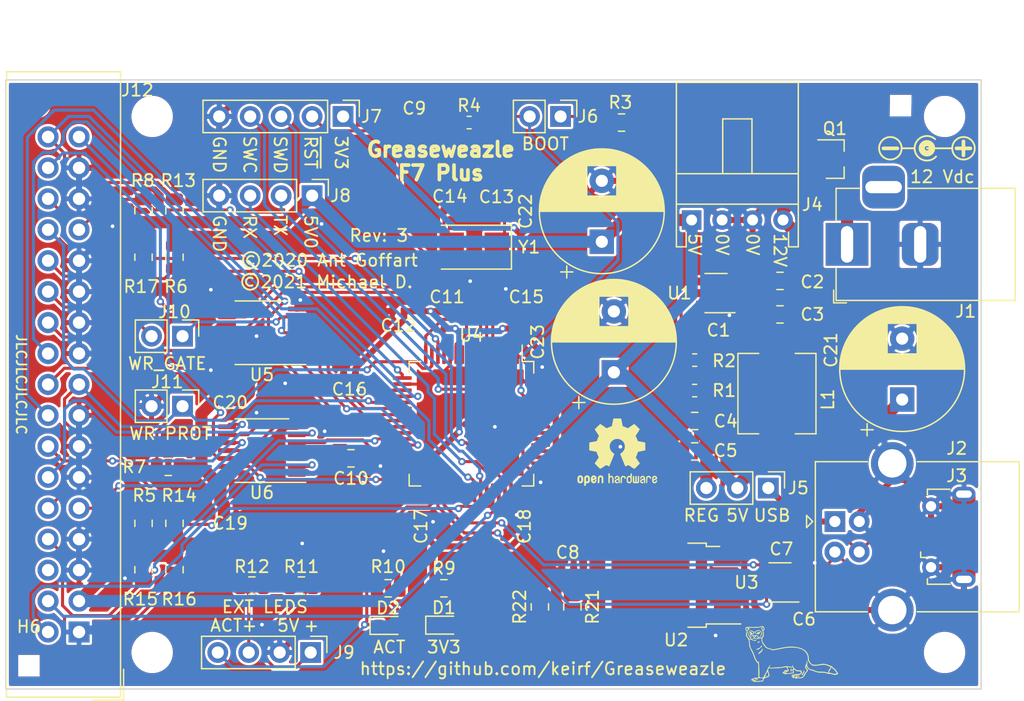
<source format=kicad_pcb>
(kicad_pcb (version 20171130) (host pcbnew "(5.1.6-0-10_14)")
  (layers (0 F.Cu signal) (31 B.Cu signal) (35 F.Paste user) (37 F.SilkS user) (38 B.Mask user) (39 F.Mask user) (44 Edge.Cuts user))
  (net 0 "")
  (net 1 "Net-(D1-Pad2)")
  (net 2 /ACT)
  (net 3 "Net-(D2-Pad2)")
  (net 4 GND)
  (net 5 +3V3)
  (net 6 /~DS0~)
  (net 7 /~M1~)
  (net 8 /~INDEX~)
  (net 9 /~M0~)
  (net 10 /~DS1~)
  (net 11 /~DIR~)
  (net 12 /~STEP~)
  (net 13 /~WR_GATE~)
  (net 14 /~TRK_00~)
  (net 15 /~WR_DAT~)
  (net 16 /~WR_PROT~)
  (net 17 /~RD_DAT~)
  (net 18 /~SIDE~)
  (net 19 /VCAP)
  (net 20 +5V)
  (net 21 /~RST~)
  (net 22 /BOOT)
  (net 23 /SWCLK)
  (net 24 /SWDIO)
  (net 25 /RX)
  (net 26 /TX)
  (net 27 /~SIDE_5V~)
  (net 28 /~WR_GATE_5V~)
  (net 29 /~WR_DAT_5V~)
  (net 30 /~STEP_5V~)
  (net 31 /~DIR_5V~)
  (net 32 /~M1_5V~)
  (net 33 /~DS0_5V~)
  (net 34 /~DS1_5V~)
  (net 35 /~M0_5V~)
  (net 36 +12V)
  (net 37 "Net-(C1-Pad2)")
  (net 38 "Net-(J6-Pad1)")
  (net 39 /5V_REG)
  (net 40 /USB_DIN+)
  (net 41 /USB_DIN-)
  (net 42 /USB_VBUS)
  (net 43 /OSC_IN)
  (net 44 /OSC_OUT)
  (net 45 "Net-(J9-Pad3)")
  (net 46 "Net-(J9-Pad1)")
  (net 47 "Net-(J10-Pad1)")
  (net 48 /SW)
  (net 49 /FB)
  (net 50 "Net-(U1-Pad5)")
  (net 51 /USB_D-)
  (net 52 /USB_D+)
  (net 53 /12V_conn)
  (net 54 /GND_for_U4)
  (net 55 "Net-(U13-Pad2)")
  (net 56 "Net-(U11-Pad2)")
  (net 57 "Net-(U12-Pad2)")
  (net 58 "Net-(U4-Pad19)")
  (net 59 "Net-(U4-Pad13)")
  (net 60 "Net-(R21-Pad2)")
  (net 61 /~DATA_RATE_SEL0_5V~)
  (net 62 /~MTYPE_ID0~)
  (net 63 /~MTYPE_ID1~)
  (net 64 /~DTYPE_ID0~)
  (net 65 /~DTYPE_ID1~)
  (net 66 /~DATA_RATE_SEL1_5V~)
  (net 67 /~DATA_RATE_SEL0~)
  (net 68 /~DATA_RATE_SEL1~)
  (net 69 /~DISK_CHANGE~)
  (module Symbol:Symbol_Barrel_Polarity (layer F.Cu) (at 225.552 105.537)
    (fp_text reference LOGO3 hide)
    (fp_text value "GW Logo")
  )
  (module Resistor_SMD:R_0805_2012Metric (layer F.Cu) (at 161.29 110.744 270)
    (fp_text reference R17 (at 6.223 0.1905 180) (layer F.SilkS))
    (fp_text value 1K0)
    (pad 2 smd roundrect (at 0.9375 0 270) (size 0.975 1.4) (layers F.Cu F.Paste F.Mask) (net 20 +5V))
    (pad 1 smd roundrect (at -0.9375 0 270) (size 0.975 1.4) (layers F.Cu F.Paste F.Mask) (net 62 /~MTYPE_ID0~))
  )
  (module Resistor_SMD:R_0805_2012Metric (layer F.Cu) (at 163.83 136.398 270)
    (fp_text reference R16 (at 6.223 -0.381 180) (layer F.SilkS))
    (fp_text value 1K0)
    (pad 2 smd roundrect (at 0.9375 0 270) (size 0.975 1.4) (layers F.Cu F.Paste F.Mask) (net 20 +5V))
    (pad 1 smd roundrect (at -0.9375 0 270) (size 0.975 1.4) (layers F.Cu F.Paste F.Mask) (net 63 /~MTYPE_ID1~))
  )
  (module Resistor_SMD:R_0805_2012Metric (layer F.Cu) (at 161.29 136.398 270)
    (fp_text reference R15 (at 6.223 0.254 180) (layer F.SilkS))
    (fp_text value 1K0)
    (pad 2 smd roundrect (at 0.9375 0 270) (size 0.975 1.4) (layers F.Cu F.Paste F.Mask) (net 20 +5V))
    (pad 1 smd roundrect (at -0.9375 0 270) (size 0.975 1.4) (layers F.Cu F.Paste F.Mask) (net 64 /~DTYPE_ID0~))
  )
  (module Resistor_SMD:R_0805_2012Metric (layer F.Cu) (at 163.83 140.208 270)
    (fp_text reference R14 (at -6.096 -0.381 180) (layer F.SilkS))
    (fp_text value 1K0)
    (pad 2 smd roundrect (at 0.9375 0 270) (size 0.975 1.4) (layers F.Cu F.Paste F.Mask) (net 65 /~DTYPE_ID1~))
    (pad 1 smd roundrect (at -0.9375 0 270) (size 0.975 1.4) (layers F.Cu F.Paste F.Mask) (net 20 +5V))
  )
  (module Resistor_SMD:R_0805_2012Metric (layer F.Cu) (at 163.83 110.744 90)
    (fp_text reference R13 (at 2.4765 0.3175 180) (layer F.SilkS))
    (fp_text value 1K0)
    (pad 2 smd roundrect (at 0.9375 0 90) (size 0.975 1.4) (layers F.Cu F.Paste F.Mask) (net 69 /~DISK_CHANGE~))
    (pad 1 smd roundrect (at -0.9375 0 90) (size 0.975 1.4) (layers F.Cu F.Paste F.Mask) (net 20 +5V))
  )
  (module Capacitor_THT:CP_Radial_D10.0mm_P5.00mm (layer F.Cu) (at 199.873 124.003 90)
    (fp_text reference C23 (at 2.5 -6.25 90) (layer F.SilkS))
    (fp_text value 1000uF)
    (pad 2 thru_hole circle (at 5 0 90) (size 2 2) (drill 1) (layers *.Cu *.Mask) (net 4 GND))
    (pad 1 thru_hole rect (at 0 0 90) (size 2 2) (drill 1) (layers *.Cu *.Mask) (net 20 +5V))
  )
  (module Capacitor_THT:CP_Radial_D10.0mm_P5.00mm (layer F.Cu) (at 198.882 113.284 90)
    (fp_text reference C22 (at 2.5 -6.25 90) (layer F.SilkS))
    (fp_text value 1000uF)
    (pad 2 thru_hole circle (at 5 0 90) (size 2 2) (drill 1) (layers *.Cu *.Mask) (net 4 GND))
    (pad 1 thru_hole rect (at 0 0 90) (size 2 2) (drill 1) (layers *.Cu *.Mask) (net 20 +5V))
  )
  (module Capacitor_THT:CP_Radial_D10.0mm_P5.00mm (layer F.Cu) (at 223.52 126.238 90)
    (fp_text reference C21 (at 4.064 -5.842 90) (layer F.SilkS))
    (fp_text value 1000uF)
    (pad 2 thru_hole circle (at 5 0 90) (size 2 2) (drill 1) (layers *.Cu *.Mask) (net 4 GND))
    (pad 1 thru_hole rect (at 0 0 90) (size 2 2) (drill 1) (layers *.Cu *.Mask) (net 20 +5V))
  )
  (module greaseweazle:Greaseweazle_Logo_small (layer F.Cu) (at 214.4776 147.1168)
    (fp_text reference LOGO2 hide)
    (fp_text value "GW Logo" hide)
  )
  (module Package_TO_SOT_SMD:TO-252-2 (layer F.Cu) (at 204.978 141.478 180)
    (fp_text reference U2 (at 0 -4.5) (layer F.SilkS))
    (fp_text value LM317AG-TN3-R)
    (pad 2 smd rect (at 2.1 0 180) (size 6.4 5.8) (layers F.Cu F.Mask) (net 5 +3V3))
    (pad 3 smd rect (at -4.2 2.28 180) (size 2.2 1.2) (layers F.Cu F.Paste F.Mask) (net 42 /USB_VBUS))
    (pad 1 smd rect (at -4.2 -2.28 180) (size 2.2 1.2) (layers F.Cu F.Paste F.Mask) (net 60 "Net-(R21-Pad2)"))
  )
  (module Resistor_SMD:R_0805_2012Metric (layer F.Cu) (at 193.802 143.256 90)
    (fp_text reference R22 (at 0 -1.65 90) (layer F.SilkS))
    (fp_text value 330R)
    (pad 2 smd roundrect (at 0.9375 0 90) (size 0.975 1.4) (layers F.Cu F.Paste F.Mask) (net 4 GND))
    (pad 1 smd roundrect (at -0.9375 0 90) (size 0.975 1.4) (layers F.Cu F.Paste F.Mask) (net 60 "Net-(R21-Pad2)"))
  )
  (module Resistor_SMD:R_0805_2012Metric (layer F.Cu) (at 196.469 143.256 270)
    (fp_text reference R21 (at 0 -1.65 90) (layer F.SilkS))
    (fp_text value 220R)
    (pad 2 smd roundrect (at 0.9375 0 270) (size 0.975 1.4) (layers F.Cu F.Paste F.Mask) (net 60 "Net-(R21-Pad2)"))
    (pad 1 smd roundrect (at -0.9375 0 270) (size 0.975 1.4) (layers F.Cu F.Paste F.Mask) (net 5 +3V3))
  )
  (module Package_SO:TSSOP-14_4.4x5mm_P0.65mm (layer F.Cu) (at 171 130.428 180)
    (fp_text reference U6 (at 0 -3.45) (layer F.SilkS))
    (fp_text value 74LVC07APW,118)
    (pad 14 smd roundrect (at 2.8625 -1.95 180) (size 1.475 0.4) (layers F.Cu F.Paste F.Mask) (net 20 +5V))
    (pad 13 smd roundrect (at 2.8625 -1.3 180) (size 1.475 0.4) (layers F.Cu F.Paste F.Mask) (net 67 /~DATA_RATE_SEL0~))
    (pad 12 smd roundrect (at 2.8625 -0.65 180) (size 1.475 0.4) (layers F.Cu F.Paste F.Mask) (net 61 /~DATA_RATE_SEL0_5V~))
    (pad 11 smd roundrect (at 2.8625 0 180) (size 1.475 0.4) (layers F.Cu F.Paste F.Mask) (net 9 /~M0~))
    (pad 10 smd roundrect (at 2.8625 0.65 180) (size 1.475 0.4) (layers F.Cu F.Paste F.Mask) (net 35 /~M0_5V~))
    (pad 9 smd roundrect (at 2.8625 1.3 180) (size 1.475 0.4) (layers F.Cu F.Paste F.Mask) (net 10 /~DS1~))
    (pad 8 smd roundrect (at 2.8625 1.95 180) (size 1.475 0.4) (layers F.Cu F.Paste F.Mask) (net 34 /~DS1_5V~))
    (pad 7 smd roundrect (at -2.8625 1.95 180) (size 1.475 0.4) (layers F.Cu F.Paste F.Mask) (net 4 GND))
    (pad 6 smd roundrect (at -2.8625 1.3 180) (size 1.475 0.4) (layers F.Cu F.Paste F.Mask) (net 33 /~DS0_5V~))
    (pad 5 smd roundrect (at -2.8625 0.65 180) (size 1.475 0.4) (layers F.Cu F.Paste F.Mask) (net 6 /~DS0~))
    (pad 4 smd roundrect (at -2.8625 0 180) (size 1.475 0.4) (layers F.Cu F.Paste F.Mask))
    (pad 3 smd roundrect (at -2.8625 -0.65 180) (size 1.475 0.4) (layers F.Cu F.Paste F.Mask))
    (pad 2 smd roundrect (at -2.8625 -1.3 180) (size 1.475 0.4) (layers F.Cu F.Paste F.Mask) (net 66 /~DATA_RATE_SEL1_5V~))
    (pad 1 smd roundrect (at -2.8625 -1.95 180) (size 1.475 0.4) (layers F.Cu F.Paste F.Mask) (net 68 /~DATA_RATE_SEL1~))
  )
  (module Package_SO:TSSOP-14_4.4x5mm_P0.65mm (layer F.Cu) (at 171 120.754 180)
    (fp_text reference U5 (at 0 -3.45) (layer F.SilkS))
    (fp_text value 74LVC07APW,118)
    (pad 14 smd roundrect (at 2.8625 -1.95 180) (size 1.475 0.4) (layers F.Cu F.Paste F.Mask) (net 20 +5V))
    (pad 13 smd roundrect (at 2.8625 -1.3 180) (size 1.475 0.4) (layers F.Cu F.Paste F.Mask) (net 11 /~DIR~))
    (pad 12 smd roundrect (at 2.8625 -0.65 180) (size 1.475 0.4) (layers F.Cu F.Paste F.Mask) (net 31 /~DIR_5V~))
    (pad 11 smd roundrect (at 2.8625 0 180) (size 1.475 0.4) (layers F.Cu F.Paste F.Mask) (net 15 /~WR_DAT~))
    (pad 10 smd roundrect (at 2.8625 0.65 180) (size 1.475 0.4) (layers F.Cu F.Paste F.Mask) (net 29 /~WR_DAT_5V~))
    (pad 9 smd roundrect (at 2.8625 1.3 180) (size 1.475 0.4) (layers F.Cu F.Paste F.Mask) (net 18 /~SIDE~))
    (pad 8 smd roundrect (at 2.8625 1.95 180) (size 1.475 0.4) (layers F.Cu F.Paste F.Mask) (net 27 /~SIDE_5V~))
    (pad 7 smd roundrect (at -2.8625 1.95 180) (size 1.475 0.4) (layers F.Cu F.Paste F.Mask) (net 4 GND))
    (pad 6 smd roundrect (at -2.8625 1.3 180) (size 1.475 0.4) (layers F.Cu F.Paste F.Mask) (net 47 "Net-(J10-Pad1)"))
    (pad 5 smd roundrect (at -2.8625 0.65 180) (size 1.475 0.4) (layers F.Cu F.Paste F.Mask) (net 13 /~WR_GATE~))
    (pad 4 smd roundrect (at -2.8625 0 180) (size 1.475 0.4) (layers F.Cu F.Paste F.Mask) (net 30 /~STEP_5V~))
    (pad 3 smd roundrect (at -2.8625 -0.65 180) (size 1.475 0.4) (layers F.Cu F.Paste F.Mask) (net 12 /~STEP~))
    (pad 2 smd roundrect (at -2.8625 -1.3 180) (size 1.475 0.4) (layers F.Cu F.Paste F.Mask) (net 32 /~M1_5V~))
    (pad 1 smd roundrect (at -2.8625 -1.95 180) (size 1.475 0.4) (layers F.Cu F.Paste F.Mask) (net 7 /~M1~))
  )
  (module greaseweazle:NarrowPowerAdapter_0.60_to_0.25_thick (layer F.Cu) (at 188.468 128.27 270)
    (fp_text reference U15)
    (fp_text value NarrowPowerAdapter)
    (fp_line (start 0 0) (end 0 0.7366) (layer F.Cu) (width 0.6))
    (pad 1 smd circle (at 0 0 270) (size 0.6 0.6) (layers F.Cu) (net 4 GND))
    (pad 2 smd circle (at 0 0.889 270) (size 0.3 0.3) (layers F.Cu) (net 54 /GND_for_U4))
  )
  (module greaseweazle:NarrowPowerAdapter_0.60_to_0.25 (layer F.Cu) (at 185.941 120.409)
    (fp_text reference U7)
    (fp_text value NarrowPowerAdapter)
    (fp_line (start 0 0) (end 0 0.889) (layer F.Cu) (width 0.25))
    (pad 1 smd circle (at 0 0) (size 0.6 0.6) (layers F.Cu) (net 5 +3V3))
    (pad 2 smd circle (at 0 0.889) (size 0.3 0.3) (layers F.Cu) (net 59 "Net-(U4-Pad13)"))
  )
  (module greaseweazle:NarrowPowerAdapter_0.60_to_0.25 (layer F.Cu) (at 193.548 135.128 225)
    (fp_text reference U13)
    (fp_text value NarrowPowerAdapter)
    (fp_line (start 0 0) (end 0 0.889) (layer F.Cu) (width 0.25))
    (pad 1 smd circle (at 0 0 225) (size 0.6 0.6) (layers F.Cu) (net 5 +3V3))
    (pad 2 smd circle (at 0 0.889 225) (size 0.3 0.3) (layers F.Cu) (net 55 "Net-(U13-Pad2)"))
  )
  (module greaseweazle:NarrowPowerAdapter_0.60_to_0.25 (layer F.Cu) (at 191.948 120.409)
    (fp_text reference U12)
    (fp_text value NarrowPowerAdapter)
    (fp_line (start 0 0) (end 0 0.889) (layer F.Cu) (width 0.25))
    (pad 1 smd circle (at 0 0) (size 0.6 0.6) (layers F.Cu) (net 5 +3V3))
    (pad 2 smd circle (at 0 0.889) (size 0.3 0.3) (layers F.Cu) (net 57 "Net-(U12-Pad2)"))
  )
  (module greaseweazle:NarrowPowerAdapter_0.60_to_0.25 (layer F.Cu) (at 185.039 130.988 315)
    (fp_text reference U11)
    (fp_text value NarrowPowerAdapter)
    (fp_line (start 0 0) (end 0 0.889) (layer F.Cu) (width 0.25))
    (pad 1 smd circle (at 0 0 315) (size 0.6 0.6) (layers F.Cu) (net 5 +3V3))
    (pad 2 smd circle (at 0 0.889 315) (size 0.3 0.3) (layers F.Cu) (net 56 "Net-(U11-Pad2)"))
  )
  (module greaseweazle:NarrowPowerAdapter_0.60_to_0.25 (layer F.Cu) (at 208.28 116.459)
    (fp_text reference U9)
    (fp_text value NarrowPowerAdapter)
    (fp_line (start 0 0) (end 0 0.889) (layer F.Cu) (width 0.25))
    (pad 1 smd circle (at 0 0) (size 0.6 0.6) (layers F.Cu) (net 36 +12V))
    (pad 2 smd circle (at 0 0.889) (size 0.3 0.3) (layers F.Cu) (net 50 "Net-(U1-Pad5)"))
  )
  (module greaseweazle:ToolingHole_1.152mm (layer F.Cu) (at 151.892 148.082)
    (fp_text reference H6 (at 0 -3.2) (layer F.SilkS))
    (fp_text value ToolHole)
    (pad "" np_thru_hole circle (at 0 0) (size 1.152 1.152) (drill 1.152) (layers *.Cu *.Mask))
  )
  (module greaseweazle:ToolingHole_1.152mm (layer F.Cu) (at 223.393 102.108)
    (fp_text reference H5 hide)
    (fp_text value ToolHole)
    (pad "" np_thru_hole circle (at 0 0) (size 1.152 1.152) (drill 1.152) (layers *.Cu *.Mask))
  )
  (module greaseweazle:NarrowPowerAdapter_0.60_to_0.25 (layer F.Cu) (at 180.556 124.841 45)
    (fp_text reference U8)
    (fp_text value NarrowPowerAdapter)
    (fp_line (start 0 0) (end 0 0.889) (layer F.Cu) (width 0.25))
    (pad 1 smd circle (at 0 0 45) (size 0.6 0.6) (layers F.Cu) (net 5 +3V3))
    (pad 2 smd circle (at 0 0.889 45) (size 0.3 0.3) (layers F.Cu) (net 58 "Net-(U4-Pad19)"))
  )
  (module Resistor_SMD:R_0805_2012Metric (layer F.Cu) (at 170.18 141.508 180)
    (fp_text reference R12 (at 0 1.554) (layer F.SilkS))
    (fp_text value 560R)
    (pad 2 smd roundrect (at 0.9375 0 180) (size 0.975 1.4) (layers F.Cu F.Paste F.Mask) (net 45 "Net-(J9-Pad3)"))
    (pad 1 smd roundrect (at -0.9375 0 180) (size 0.975 1.4) (layers F.Cu F.Paste F.Mask) (net 20 +5V))
  )
  (module Resistor_SMD:R_0805_2012Metric (layer F.Cu) (at 174.244 141.508)
    (fp_text reference R11 (at 0 -1.554) (layer F.SilkS))
    (fp_text value 560R)
    (pad 2 smd roundrect (at 0.9375 0) (size 0.975 1.4) (layers F.Cu F.Paste F.Mask) (net 46 "Net-(J9-Pad1)"))
    (pad 1 smd roundrect (at -0.9375 0) (size 0.975 1.4) (layers F.Cu F.Paste F.Mask) (net 20 +5V))
  )
  (module Resistor_SMD:R_0805_2012Metric (layer F.Cu) (at 181.356 141.732 180)
    (fp_text reference R10 (at 0 1.778) (layer F.SilkS))
    (fp_text value 330R)
    (pad 2 smd roundrect (at 0.9375 0 180) (size 0.975 1.4) (layers F.Cu F.Paste F.Mask) (net 3 "Net-(D2-Pad2)"))
    (pad 1 smd roundrect (at -0.9375 0 180) (size 0.975 1.4) (layers F.Cu F.Paste F.Mask) (net 5 +3V3))
  )
  (module Resistor_SMD:R_0805_2012Metric (layer F.Cu) (at 185.928 141.732)
    (fp_text reference R9 (at 0 -1.65) (layer F.SilkS))
    (fp_text value 330R)
    (pad 2 smd roundrect (at 0.9375 0) (size 0.975 1.4) (layers F.Cu F.Paste F.Mask) (net 1 "Net-(D1-Pad2)"))
    (pad 1 smd roundrect (at -0.9375 0) (size 0.975 1.4) (layers F.Cu F.Paste F.Mask) (net 5 +3V3))
  )
  (module Resistor_SMD:R_0805_2012Metric (layer F.Cu) (at 161.29 114.554 270)
    (fp_text reference R8 (at -6.2865 0.0635 180) (layer F.SilkS))
    (fp_text value 1K0)
    (pad 2 smd roundrect (at 0.9375 0 270) (size 0.975 1.4) (layers F.Cu F.Paste F.Mask) (net 17 /~RD_DAT~))
    (pad 1 smd roundrect (at -0.9375 0 270) (size 0.975 1.4) (layers F.Cu F.Paste F.Mask) (net 20 +5V))
  )
  (module Resistor_SMD:R_0805_2012Metric (layer F.Cu) (at 163.322 131.762 180)
    (fp_text reference R7 (at 2.794 0) (layer F.SilkS))
    (fp_text value 1K0)
    (pad 2 smd roundrect (at 0.9375 0 180) (size 0.975 1.4) (layers F.Cu F.Paste F.Mask) (net 16 /~WR_PROT~))
    (pad 1 smd roundrect (at -0.9375 0 180) (size 0.975 1.4) (layers F.Cu F.Paste F.Mask) (net 20 +5V))
  )
  (module Resistor_SMD:R_0805_2012Metric (layer F.Cu) (at 163.83 114.554 270)
    (fp_text reference R6 (at 2.413 -0.127 180) (layer F.SilkS))
    (fp_text value 1K0)
    (pad 2 smd roundrect (at 0.9375 0 270) (size 0.975 1.4) (layers F.Cu F.Paste F.Mask) (net 14 /~TRK_00~))
    (pad 1 smd roundrect (at -0.9375 0 270) (size 0.975 1.4) (layers F.Cu F.Paste F.Mask) (net 20 +5V))
  )
  (module Resistor_SMD:R_0805_2012Metric (layer F.Cu) (at 161.29 140.208 270)
    (fp_text reference R5 (at -6.096 -0.0635 180) (layer F.SilkS))
    (fp_text value 1K0)
    (pad 2 smd roundrect (at 0.9375 0 270) (size 0.975 1.4) (layers F.Cu F.Paste F.Mask) (net 8 /~INDEX~))
    (pad 1 smd roundrect (at -0.9375 0 270) (size 0.975 1.4) (layers F.Cu F.Paste F.Mask) (net 20 +5V))
  )
  (module Resistor_SMD:R_0603_1608Metric (layer F.Cu) (at 188 103.5 180)
    (fp_text reference R4 (at 0 1.392) (layer F.SilkS))
    (fp_text value 10K0)
    (pad 2 smd roundrect (at 0.7875 0 180) (size 0.875 0.95) (layers F.Cu F.Paste F.Mask) (net 4 GND))
    (pad 1 smd roundrect (at -0.7875 0 180) (size 0.875 0.95) (layers F.Cu F.Paste F.Mask) (net 22 /BOOT))
  )
  (module Resistor_SMD:R_0805_2012Metric (layer F.Cu) (at 200.5 103.5 180)
    (fp_text reference R3 (at 0.094 1.646) (layer F.SilkS))
    (fp_text value 1K0)
    (pad 2 smd roundrect (at 0.9375 0 180) (size 0.975 1.4) (layers F.Cu F.Paste F.Mask) (net 38 "Net-(J6-Pad1)"))
    (pad 1 smd roundrect (at -0.9375 0 180) (size 0.975 1.4) (layers F.Cu F.Paste F.Mask) (net 5 +3V3))
  )
  (module Resistor_SMD:R_0603_1608Metric (layer F.Cu) (at 206.5 123)
    (fp_text reference R2 (at 2.415 0.063) (layer F.SilkS))
    (fp_text value 10K0)
    (pad 2 smd roundrect (at 0.7875 0) (size 0.875 0.95) (layers F.Cu F.Paste F.Mask) (net 4 GND))
    (pad 1 smd roundrect (at -0.7875 0) (size 0.875 0.95) (layers F.Cu F.Paste F.Mask) (net 49 /FB))
  )
  (module Resistor_SMD:R_0603_1608Metric (layer F.Cu) (at 206.5 125.5 180)
    (fp_text reference R1 (at -2.415 -0.0014) (layer F.SilkS))
    (fp_text value 54K9)
    (pad 2 smd roundrect (at 0.7875 0 180) (size 0.875 0.95) (layers F.Cu F.Paste F.Mask) (net 49 /FB))
    (pad 1 smd roundrect (at -0.7875 0 180) (size 0.875 0.95) (layers F.Cu F.Paste F.Mask) (net 39 /5V_REG))
  )
  (module greaseweazle:L_5.4x5.2_H2.8 (layer F.Cu) (at 213.25 125.75 270)
    (fp_text reference L1 (at 0.488 -4.174 90) (layer F.SilkS))
    (fp_text value MWSA0503S-4R7MT)
    (pad 2 smd rect (at 2.05 0 270) (size 1.9 2.5) (layers F.Cu F.Paste F.Mask) (net 39 /5V_REG))
    (pad 1 smd rect (at -2.05 0 270) (size 1.9 2.5) (layers F.Cu F.Paste F.Mask) (net 48 /SW))
  )
  (module LED_SMD:LED_0603_1608Metric (layer F.Cu) (at 181.356 144.78)
    (fp_text reference D2 (at 0 -1.43) (layer F.SilkS))
    (fp_text value GREEN)
    (pad 2 smd roundrect (at 0.7875 0) (size 0.875 0.95) (layers F.Cu F.Paste F.Mask) (net 3 "Net-(D2-Pad2)"))
    (pad 1 smd roundrect (at -0.7875 0) (size 0.875 0.95) (layers F.Cu F.Paste F.Mask) (net 2 /ACT))
  )
  (module LED_SMD:LED_0603_1608Metric (layer F.Cu) (at 185.928 144.758)
    (fp_text reference D1 (at 0 -1.43) (layer F.SilkS))
    (fp_text value RED)
    (pad 2 smd roundrect (at 0.7875 0) (size 0.875 0.95) (layers F.Cu F.Paste F.Mask) (net 1 "Net-(D1-Pad2)"))
    (pad 1 smd roundrect (at -0.7875 0) (size 0.875 0.95) (layers F.Cu F.Paste F.Mask) (net 4 GND))
  )
  (module Capacitor_SMD:C_0402_1005Metric (layer F.Cu) (at 168.402 125.222)
    (fp_text reference C20 (at 0 1.27) (layer F.SilkS))
    (fp_text value 100N)
    (pad 2 smd roundrect (at 0.485 0) (size 0.59 0.64) (layers F.Cu F.Paste F.Mask) (net 4 GND))
    (pad 1 smd roundrect (at -0.485 0) (size 0.59 0.64) (layers F.Cu F.Paste F.Mask) (net 20 +5V))
  )
  (module Capacitor_SMD:C_0402_1005Metric (layer F.Cu) (at 168.402 134.874)
    (fp_text reference C19 (at 0 1.524) (layer F.SilkS))
    (fp_text value 100N)
    (pad 2 smd roundrect (at 0.485 0) (size 0.59 0.64) (layers F.Cu F.Paste F.Mask) (net 4 GND))
    (pad 1 smd roundrect (at -0.485 0) (size 0.59 0.64) (layers F.Cu F.Paste F.Mask) (net 20 +5V))
  )
  (module Capacitor_SMD:C_0402_1005Metric (layer F.Cu) (at 193.802 136.652 270)
    (fp_text reference C18 (at 0 1.27 90) (layer F.SilkS))
    (fp_text value 100N)
    (pad 2 smd roundrect (at 0.485 0 270) (size 0.59 0.64) (layers F.Cu F.Paste F.Mask) (net 4 GND))
    (pad 1 smd roundrect (at -0.485 0 270) (size 0.59 0.64) (layers F.Cu F.Paste F.Mask) (net 5 +3V3))
  )
  (module Capacitor_SMD:C_0402_1005Metric (layer F.Cu) (at 182.88 136.652 270)
    (fp_text reference C17 (at 0 -1.17 90) (layer F.SilkS))
    (fp_text value 100N)
    (pad 2 smd roundrect (at 0.485 0 270) (size 0.59 0.64) (layers F.Cu F.Paste F.Mask) (net 4 GND))
    (pad 1 smd roundrect (at -0.485 0 270) (size 0.59 0.64) (layers F.Cu F.Paste F.Mask) (net 5 +3V3))
  )
  (module Capacitor_SMD:C_0402_1005Metric (layer F.Cu) (at 178.19 124.222 180)
    (fp_text reference C16 (at 0 -1.17) (layer F.SilkS))
    (fp_text value 100N)
    (pad 2 smd roundrect (at 0.485 0 180) (size 0.59 0.64) (layers F.Cu F.Paste F.Mask) (net 4 GND))
    (pad 1 smd roundrect (at -0.485 0 180) (size 0.59 0.64) (layers F.Cu F.Paste F.Mask) (net 5 +3V3))
  )
  (module Capacitor_SMD:C_0402_1005Metric (layer F.Cu) (at 192.69 118.984)
    (fp_text reference C15 (at 0 -1.17) (layer F.SilkS))
    (fp_text value 100N)
    (pad 2 smd roundrect (at 0.485 0) (size 0.59 0.64) (layers F.Cu F.Paste F.Mask) (net 4 GND))
    (pad 1 smd roundrect (at -0.485 0) (size 0.59 0.64) (layers F.Cu F.Paste F.Mask) (net 5 +3V3))
  )
  (module Capacitor_SMD:C_0402_1005Metric (layer F.Cu) (at 186.42 110.73)
    (fp_text reference C14 (at 0 -1.17) (layer F.SilkS))
    (fp_text value 27P)
    (pad 2 smd roundrect (at 0.485 0) (size 0.59 0.64) (layers F.Cu F.Paste F.Mask) (net 4 GND))
    (pad 1 smd roundrect (at -0.485 0) (size 0.59 0.64) (layers F.Cu F.Paste F.Mask) (net 44 /OSC_OUT))
  )
  (module Capacitor_SMD:C_0402_1005Metric (layer F.Cu) (at 190.42 110.73 180)
    (fp_text reference C13 (at 0.174 1.129) (layer F.SilkS))
    (fp_text value 27P)
    (pad 2 smd roundrect (at 0.485 0 180) (size 0.59 0.64) (layers F.Cu F.Paste F.Mask) (net 4 GND))
    (pad 1 smd roundrect (at -0.485 0 180) (size 0.59 0.64) (layers F.Cu F.Paste F.Mask) (net 43 /OSC_IN))
  )
  (module Capacitor_SMD:C_0402_1005Metric (layer F.Cu) (at 182.19 118.984 180)
    (fp_text reference C12 (at 0 -1.17) (layer F.SilkS))
    (fp_text value 100N)
    (pad 2 smd roundrect (at 0.485 0 180) (size 0.59 0.64) (layers F.Cu F.Paste F.Mask) (net 4 GND))
    (pad 1 smd roundrect (at -0.485 0 180) (size 0.59 0.64) (layers F.Cu F.Paste F.Mask) (net 5 +3V3))
  )
  (module Capacitor_SMD:C_0402_1005Metric (layer F.Cu) (at 186.19 118.984)
    (fp_text reference C11 (at 0 -1.17) (layer F.SilkS))
    (fp_text value 1U0)
    (pad 2 smd roundrect (at 0.485 0) (size 0.59 0.64) (layers F.Cu F.Paste F.Mask) (net 4 GND))
    (pad 1 smd roundrect (at -0.485 0) (size 0.59 0.64) (layers F.Cu F.Paste F.Mask) (net 5 +3V3))
  )
  (module Capacitor_SMD:C_0805_2012Metric (layer F.Cu) (at 178.308 131.064 180)
    (fp_text reference C10 (at 0 -1.65) (layer F.SilkS))
    (fp_text value 4.7uF)
    (pad 2 smd roundrect (at 0.9375 0 180) (size 0.975 1.4) (layers F.Cu F.Paste F.Mask) (net 4 GND))
    (pad 1 smd roundrect (at -0.9375 0 180) (size 0.975 1.4) (layers F.Cu F.Paste F.Mask) (net 19 /VCAP))
  )
  (module Capacitor_SMD:C_0402_1005Metric (layer F.Cu) (at 183.5 103.5)
    (fp_text reference C9 (at 0 -1.17) (layer F.SilkS))
    (fp_text value 100N)
    (pad 2 smd roundrect (at 0.485 0) (size 0.59 0.64) (layers F.Cu F.Paste F.Mask) (net 4 GND))
    (pad 1 smd roundrect (at -0.485 0) (size 0.59 0.64) (layers F.Cu F.Paste F.Mask) (net 21 /~RST~))
  )
  (module Capacitor_SMD:C_0402_1005Metric (layer F.Cu) (at 196.088 140.208 180)
    (fp_text reference C8 (at 0.002 1.419) (layer F.SilkS))
    (fp_text value 1U0)
    (pad 2 smd roundrect (at 0.485 0 180) (size 0.59 0.64) (layers F.Cu F.Paste F.Mask) (net 4 GND))
    (pad 1 smd roundrect (at -0.485 0 180) (size 0.59 0.64) (layers F.Cu F.Paste F.Mask) (net 5 +3V3))
  )
  (module Capacitor_SMD:C_0402_1005Metric (layer F.Cu) (at 213.614 137.414)
    (fp_text reference C7 (at -0.002 1.09) (layer F.SilkS))
    (fp_text value 1U0)
    (pad 2 smd roundrect (at 0.485 0) (size 0.59 0.64) (layers F.Cu F.Paste F.Mask) (net 4 GND))
    (pad 1 smd roundrect (at -0.485 0) (size 0.59 0.64) (layers F.Cu F.Paste F.Mask) (net 42 /USB_VBUS))
  )
  (module Capacitor_SMD:C_0402_1005Metric (layer F.Cu) (at 213.5 144.25)
    (fp_text reference C6 (at 1.9682 0.022) (layer F.SilkS))
    (fp_text value 100N)
    (pad 2 smd roundrect (at 0.485 0) (size 0.59 0.64) (layers F.Cu F.Paste F.Mask) (net 4 GND))
    (pad 1 smd roundrect (at -0.485 0) (size 0.59 0.64) (layers F.Cu F.Paste F.Mask) (net 42 /USB_VBUS))
  )
  (module Capacitor_SMD:C_0805_2012Metric (layer F.Cu) (at 206.5 130.5 180)
    (fp_text reference C5 (at -2.542 0.071) (layer F.SilkS))
    (fp_text value 22U)
    (pad 2 smd roundrect (at 0.9375 0 180) (size 0.975 1.4) (layers F.Cu F.Paste F.Mask) (net 4 GND))
    (pad 1 smd roundrect (at -0.9375 0 180) (size 0.975 1.4) (layers F.Cu F.Paste F.Mask) (net 39 /5V_REG))
  )
  (module Capacitor_SMD:C_0805_2012Metric (layer F.Cu) (at 206.5 128 180)
    (fp_text reference C4 (at -2.542 -0.016) (layer F.SilkS))
    (fp_text value 22U)
    (pad 2 smd roundrect (at 0.9375 0 180) (size 0.975 1.4) (layers F.Cu F.Paste F.Mask) (net 4 GND))
    (pad 1 smd roundrect (at -0.9375 0 180) (size 0.975 1.4) (layers F.Cu F.Paste F.Mask) (net 39 /5V_REG))
  )
  (module Capacitor_SMD:C_0805_2012Metric (layer F.Cu) (at 213.5 119.25)
    (fp_text reference C3 (at 2.654 0.003) (layer F.SilkS))
    (fp_text value 10U)
    (pad 2 smd roundrect (at 0.9375 0) (size 0.975 1.4) (layers F.Cu F.Paste F.Mask) (net 4 GND))
    (pad 1 smd roundrect (at -0.9375 0) (size 0.975 1.4) (layers F.Cu F.Paste F.Mask) (net 36 +12V))
  )
  (module Capacitor_SMD:C_0805_2012Metric (layer F.Cu) (at 213.5 116.5)
    (fp_text reference C2 (at 2.654 0.086) (layer F.SilkS))
    (fp_text value 10U)
    (pad 2 smd roundrect (at 0.9375 0) (size 0.975 1.4) (layers F.Cu F.Paste F.Mask) (net 4 GND))
    (pad 1 smd roundrect (at -0.9375 0) (size 0.975 1.4) (layers F.Cu F.Paste F.Mask) (net 36 +12V))
  )
  (module Capacitor_SMD:C_0402_1005Metric (layer F.Cu) (at 206.5 120.5 180)
    (fp_text reference C1 (at -1.9578 -0.0484) (layer F.SilkS))
    (fp_text value 100N)
    (pad 2 smd roundrect (at 0.485 0 180) (size 0.59 0.64) (layers F.Cu F.Paste F.Mask) (net 37 "Net-(C1-Pad2)"))
    (pad 1 smd roundrect (at -0.485 0 180) (size 0.59 0.64) (layers F.Cu F.Paste F.Mask) (net 48 /SW))
  )
  (module Package_QFP:LQFP-64_10x10mm_P0.5mm (layer F.Cu) (at 188.19 128.222 270)
    (fp_text reference U4 (at -7.25 0) (layer F.SilkS))
    (fp_text value STM32F730R8T6)
    (pad 64 smd roundrect (at -3.75 -5.675 270) (size 0.3 1.55) (layers F.Cu F.Paste F.Mask) (net 57 "Net-(U12-Pad2)"))
    (pad 63 smd roundrect (at -3.25 -5.675 270) (size 0.3 1.55) (layers F.Cu F.Paste F.Mask) (net 54 /GND_for_U4))
    (pad 62 smd roundrect (at -2.75 -5.675 270) (size 0.3 1.55) (layers F.Cu F.Paste F.Mask))
    (pad 61 smd roundrect (at -2.25 -5.675 270) (size 0.3 1.55) (layers F.Cu F.Paste F.Mask))
    (pad 60 smd roundrect (at -1.75 -5.675 270) (size 0.3 1.55) (layers F.Cu F.Paste F.Mask) (net 22 /BOOT))
    (pad 59 smd roundrect (at -1.25 -5.675 270) (size 0.3 1.55) (layers F.Cu F.Paste F.Mask))
    (pad 58 smd roundrect (at -0.75 -5.675 270) (size 0.3 1.55) (layers F.Cu F.Paste F.Mask))
    (pad 57 smd roundrect (at -0.25 -5.675 270) (size 0.3 1.55) (layers F.Cu F.Paste F.Mask))
    (pad 56 smd roundrect (at 0.25 -5.675 270) (size 0.3 1.55) (layers F.Cu F.Paste F.Mask))
    (pad 55 smd roundrect (at 0.75 -5.675 270) (size 0.3 1.55) (layers F.Cu F.Paste F.Mask))
    (pad 54 smd roundrect (at 1.25 -5.675 270) (size 0.3 1.55) (layers F.Cu F.Paste F.Mask))
    (pad 53 smd roundrect (at 1.75 -5.675 270) (size 0.3 1.55) (layers F.Cu F.Paste F.Mask))
    (pad 52 smd roundrect (at 2.25 -5.675 270) (size 0.3 1.55) (layers F.Cu F.Paste F.Mask))
    (pad 51 smd roundrect (at 2.75 -5.675 270) (size 0.3 1.55) (layers F.Cu F.Paste F.Mask))
    (pad 50 smd roundrect (at 3.25 -5.675 270) (size 0.3 1.55) (layers F.Cu F.Paste F.Mask))
    (pad 49 smd roundrect (at 3.75 -5.675 270) (size 0.3 1.55) (layers F.Cu F.Paste F.Mask) (net 23 /SWCLK))
    (pad 48 smd roundrect (at 5.675 -3.75 270) (size 1.55 0.3) (layers F.Cu F.Paste F.Mask) (net 55 "Net-(U13-Pad2)"))
    (pad 47 smd roundrect (at 5.675 -3.25 270) (size 1.55 0.3) (layers F.Cu F.Paste F.Mask) (net 54 /GND_for_U4))
    (pad 46 smd roundrect (at 5.675 -2.75 270) (size 1.55 0.3) (layers F.Cu F.Paste F.Mask) (net 24 /SWDIO))
    (pad 45 smd roundrect (at 5.675 -2.25 270) (size 1.55 0.3) (layers F.Cu F.Paste F.Mask) (net 65 /~DTYPE_ID1~))
    (pad 44 smd roundrect (at 5.675 -1.75 270) (size 1.55 0.3) (layers F.Cu F.Paste F.Mask) (net 64 /~DTYPE_ID0~))
    (pad 43 smd roundrect (at 5.675 -1.25 270) (size 1.55 0.3) (layers F.Cu F.Paste F.Mask) (net 25 /RX))
    (pad 42 smd roundrect (at 5.675 -0.75 270) (size 1.55 0.3) (layers F.Cu F.Paste F.Mask) (net 26 /TX))
    (pad 41 smd roundrect (at 5.675 -0.25 270) (size 1.55 0.3) (layers F.Cu F.Paste F.Mask) (net 69 /~DISK_CHANGE~))
    (pad 40 smd roundrect (at 5.675 0.25 270) (size 1.55 0.3) (layers F.Cu F.Paste F.Mask))
    (pad 39 smd roundrect (at 5.675 0.75 270) (size 1.55 0.3) (layers F.Cu F.Paste F.Mask) (net 67 /~DATA_RATE_SEL0~))
    (pad 38 smd roundrect (at 5.675 1.25 270) (size 1.55 0.3) (layers F.Cu F.Paste F.Mask))
    (pad 37 smd roundrect (at 5.675 1.75 270) (size 1.55 0.3) (layers F.Cu F.Paste F.Mask))
    (pad 36 smd roundrect (at 5.675 2.25 270) (size 1.55 0.3) (layers F.Cu F.Paste F.Mask) (net 52 /USB_D+))
    (pad 35 smd roundrect (at 5.675 2.75 270) (size 1.55 0.3) (layers F.Cu F.Paste F.Mask) (net 51 /USB_D-))
    (pad 34 smd roundrect (at 5.675 3.25 270) (size 1.55 0.3) (layers F.Cu F.Paste F.Mask) (net 2 /ACT))
    (pad 33 smd roundrect (at 5.675 3.75 270) (size 1.55 0.3) (layers F.Cu F.Paste F.Mask) (net 68 /~DATA_RATE_SEL1~))
    (pad 32 smd roundrect (at 3.75 5.675 270) (size 0.3 1.55) (layers F.Cu F.Paste F.Mask) (net 56 "Net-(U11-Pad2)"))
    (pad 31 smd roundrect (at 3.25 5.675 270) (size 0.3 1.55) (layers F.Cu F.Paste F.Mask) (net 54 /GND_for_U4))
    (pad 30 smd roundrect (at 2.75 5.675 270) (size 0.3 1.55) (layers F.Cu F.Paste F.Mask) (net 19 /VCAP))
    (pad 29 smd roundrect (at 2.25 5.675 270) (size 0.3 1.55) (layers F.Cu F.Paste F.Mask) (net 6 /~DS0~))
    (pad 28 smd roundrect (at 1.75 5.675 270) (size 0.3 1.55) (layers F.Cu F.Paste F.Mask) (net 7 /~M1~))
    (pad 27 smd roundrect (at 1.25 5.675 270) (size 0.3 1.55) (layers F.Cu F.Paste F.Mask) (net 8 /~INDEX~))
    (pad 26 smd roundrect (at 0.75 5.675 270) (size 0.3 1.55) (layers F.Cu F.Paste F.Mask) (net 9 /~M0~))
    (pad 25 smd roundrect (at 0.25 5.675 270) (size 0.3 1.55) (layers F.Cu F.Paste F.Mask) (net 10 /~DS1~))
    (pad 24 smd roundrect (at -0.25 5.675 270) (size 0.3 1.55) (layers F.Cu F.Paste F.Mask) (net 11 /~DIR~))
    (pad 23 smd roundrect (at -0.75 5.675 270) (size 0.3 1.55) (layers F.Cu F.Paste F.Mask) (net 12 /~STEP~))
    (pad 22 smd roundrect (at -1.25 5.675 270) (size 0.3 1.55) (layers F.Cu F.Paste F.Mask) (net 13 /~WR_GATE~))
    (pad 21 smd roundrect (at -1.75 5.675 270) (size 0.3 1.55) (layers F.Cu F.Paste F.Mask) (net 63 /~MTYPE_ID1~))
    (pad 20 smd roundrect (at -2.25 5.675 270) (size 0.3 1.55) (layers F.Cu F.Paste F.Mask) (net 62 /~MTYPE_ID0~))
    (pad 19 smd roundrect (at -2.75 5.675 270) (size 0.3 1.55) (layers F.Cu F.Paste F.Mask) (net 58 "Net-(U4-Pad19)"))
    (pad 18 smd roundrect (at -3.25 5.675 270) (size 0.3 1.55) (layers F.Cu F.Paste F.Mask) (net 54 /GND_for_U4))
    (pad 17 smd roundrect (at -3.75 5.675 270) (size 0.3 1.55) (layers F.Cu F.Paste F.Mask) (net 14 /~TRK_00~))
    (pad 16 smd roundrect (at -5.675 3.75 270) (size 1.55 0.3) (layers F.Cu F.Paste F.Mask) (net 15 /~WR_DAT~))
    (pad 15 smd roundrect (at -5.675 3.25 270) (size 1.55 0.3) (layers F.Cu F.Paste F.Mask) (net 16 /~WR_PROT~))
    (pad 14 smd roundrect (at -5.675 2.75 270) (size 1.55 0.3) (layers F.Cu F.Paste F.Mask) (net 17 /~RD_DAT~))
    (pad 13 smd roundrect (at -5.675 2.25 270) (size 1.55 0.3) (layers F.Cu F.Paste F.Mask) (net 59 "Net-(U4-Pad13)"))
    (pad 12 smd roundrect (at -5.675 1.75 270) (size 1.55 0.3) (layers F.Cu F.Paste F.Mask) (net 54 /GND_for_U4))
    (pad 11 smd roundrect (at -5.675 1.25 270) (size 1.55 0.3) (layers F.Cu F.Paste F.Mask) (net 18 /~SIDE~))
    (pad 10 smd roundrect (at -5.675 0.75 270) (size 1.55 0.3) (layers F.Cu F.Paste F.Mask))
    (pad 9 smd roundrect (at -5.675 0.25 270) (size 1.55 0.3) (layers F.Cu F.Paste F.Mask))
    (pad 8 smd roundrect (at -5.675 -0.25 270) (size 1.55 0.3) (layers F.Cu F.Paste F.Mask))
    (pad 7 smd roundrect (at -5.675 -0.75 270) (size 1.55 0.3) (layers F.Cu F.Paste F.Mask) (net 21 /~RST~))
    (pad 6 smd roundrect (at -5.675 -1.25 270) (size 1.55 0.3) (layers F.Cu F.Paste F.Mask) (net 44 /OSC_OUT))
    (pad 5 smd roundrect (at -5.675 -1.75 270) (size 1.55 0.3) (layers F.Cu F.Paste F.Mask) (net 43 /OSC_IN))
    (pad 4 smd roundrect (at -5.675 -2.25 270) (size 1.55 0.3) (layers F.Cu F.Paste F.Mask))
    (pad 3 smd roundrect (at -5.675 -2.75 270) (size 1.55 0.3) (layers F.Cu F.Paste F.Mask) (net 54 /GND_for_U4))
    (pad 2 smd roundrect (at -5.675 -3.25 270) (size 1.55 0.3) (layers F.Cu F.Paste F.Mask) (net 54 /GND_for_U4))
    (pad 1 smd roundrect (at -5.675 -3.75 270) (size 1.55 0.3) (layers F.Cu F.Paste F.Mask) (net 57 "Net-(U12-Pad2)"))
  )
  (module Package_TO_SOT_SMD:SOT-23-6 (layer F.Cu) (at 208.25 117.5 180)
    (fp_text reference U1 (at 3 0) (layer F.SilkS))
    (fp_text value TPS562201DDC)
    (pad 5 smd rect (at 1.1 0 180) (size 1.06 0.65) (layers F.Cu F.Paste F.Mask) (net 50 "Net-(U1-Pad5)"))
    (pad 6 smd rect (at 1.1 -0.95 180) (size 1.06 0.65) (layers F.Cu F.Paste F.Mask) (net 37 "Net-(C1-Pad2)"))
    (pad 4 smd rect (at 1.1 0.95 180) (size 1.06 0.65) (layers F.Cu F.Paste F.Mask) (net 49 /FB))
    (pad 3 smd rect (at -1.1 0.95 180) (size 1.06 0.65) (layers F.Cu F.Paste F.Mask) (net 36 +12V))
    (pad 2 smd rect (at -1.1 0 180) (size 1.06 0.65) (layers F.Cu F.Paste F.Mask) (net 48 /SW))
    (pad 1 smd rect (at -1.1 -0.95 180) (size 1.06 0.65) (layers F.Cu F.Paste F.Mask) (net 4 GND))
  )
  (module Connector_PinHeader_2.54mm:PinHeader_1x02_P2.54mm_Vertical (layer F.Cu) (at 164.488 121.036 270)
    (fp_text reference J10 (at -2 0.658 180) (layer F.SilkS))
    (fp_text value PIN1X2)
    (pad 2 thru_hole oval (at 0 2.54 270) (size 1.7 1.7) (drill 1) (layers *.Cu *.Mask) (net 28 /~WR_GATE_5V~))
    (pad 1 thru_hole rect (at 0 0 270) (size 1.7 1.7) (drill 1) (layers *.Cu *.Mask) (net 47 "Net-(J10-Pad1)"))
  )
  (module Crystal:Crystal_SMD_5032-2Pin_5.0x3.2mm (layer F.Cu) (at 188.42 113.73 180)
    (fp_text reference Y1 (at -4.5 0) (layer F.SilkS))
    (fp_text value 8.000MHz)
    (pad 2 smd rect (at 1.85 0 180) (size 2 2.4) (layers F.Cu F.Paste F.Mask) (net 44 /OSC_OUT))
    (pad 1 smd rect (at -1.85 0 180) (size 2 2.4) (layers F.Cu F.Paste F.Mask) (net 43 /OSC_IN))
  )
  (module MountingHole:MountingHole_3mm (layer F.Cu) (at 162 147 270)
    (fp_text reference H4 hide)
    (fp_text value M3)
    (pad 1 np_thru_hole circle (at 0 0 270) (size 3 3) (drill 3) (layers *.Cu *.Mask))
  )
  (module MountingHole:MountingHole_3mm (layer F.Cu) (at 162 103 270)
    (fp_text reference H3 hide)
    (fp_text value M3)
    (pad 1 np_thru_hole circle (at 0 0 270) (size 3 3) (drill 3) (layers *.Cu *.Mask))
  )
  (module MountingHole:MountingHole_3mm (layer F.Cu) (at 227 147 270)
    (fp_text reference H2 hide)
    (fp_text value M3)
    (pad 1 np_thru_hole circle (at 0 0 270) (size 3 3) (drill 3) (layers *.Cu *.Mask))
  )
  (module MountingHole:MountingHole_3mm (layer F.Cu) (at 227 103 270)
    (fp_text reference H1 hide)
    (fp_text value M3)
    (pad 1 np_thru_hole circle (at 0 0 270) (size 3 3) (drill 3) (layers *.Cu *.Mask))
  )
  (module Connector_USB:USB_Micro-B_Molex-105017-0001 (layer F.Cu) (at 227.35 137.5 90)
    (fp_text reference J3 (at 5 0.65) (layer F.SilkS))
    (fp_text value "Molex 105017-1001")
    (pad 6 smd rect (at -2.9 1.2375 90) (size 1.2 1.9) (layers F.Cu F.Mask) (net 4 GND))
    (pad 6 smd rect (at 2.9 1.2375 90) (size 1.2 1.9) (layers F.Cu F.Mask) (net 4 GND))
    (pad 6 thru_hole oval (at 3.5 1.2375 90) (size 1.2 1.9) (drill oval 0.6 1.3) (layers *.Cu *.Mask) (net 4 GND))
    (pad 6 thru_hole oval (at -3.5 1.2375 270) (size 1.2 1.9) (drill oval 0.6 1.3) (layers *.Cu *.Mask) (net 4 GND))
    (pad 6 smd rect (at -1 1.2375 90) (size 1.5 1.9) (layers F.Cu F.Paste F.Mask) (net 4 GND))
    (pad 6 thru_hole circle (at 2.5 -1.4625 90) (size 1.45 1.45) (drill 0.85) (layers *.Cu *.Mask) (net 4 GND))
    (pad 3 smd rect (at 0 -1.4625 90) (size 0.4 1.35) (layers F.Cu F.Paste F.Mask) (net 40 /USB_DIN+))
    (pad 4 smd rect (at 0.65 -1.4625 90) (size 0.4 1.35) (layers F.Cu F.Paste F.Mask))
    (pad 5 smd rect (at 1.3 -1.4625 90) (size 0.4 1.35) (layers F.Cu F.Paste F.Mask) (net 4 GND))
    (pad 1 smd rect (at -1.3 -1.4625 90) (size 0.4 1.35) (layers F.Cu F.Paste F.Mask) (net 42 /USB_VBUS))
    (pad 2 smd rect (at -0.65 -1.4625 90) (size 0.4 1.35) (layers F.Cu F.Paste F.Mask) (net 41 /USB_DIN-))
    (pad 6 thru_hole circle (at -2.5 -1.4625 90) (size 1.45 1.45) (drill 0.85) (layers *.Cu *.Mask) (net 4 GND))
    (pad 6 smd rect (at 1 1.2375 90) (size 1.5 1.9) (layers F.Cu F.Paste F.Mask) (net 4 GND))
  )
  (module Connector_PinHeader_2.54mm:PinHeader_1x04_P2.54mm_Vertical (layer F.Cu) (at 175 147 270)
    (fp_text reference J9 (at 0 -2.75) (layer F.SilkS))
    (fp_text value PIN1X4)
    (pad 4 thru_hole oval (at 0 7.62 270) (size 1.7 1.7) (drill 1) (layers *.Cu *.Mask) (net 2 /ACT))
    (pad 3 thru_hole oval (at 0 5.08 270) (size 1.7 1.7) (drill 1) (layers *.Cu *.Mask) (net 45 "Net-(J9-Pad3)"))
    (pad 2 thru_hole oval (at 0 2.54 270) (size 1.7 1.7) (drill 1) (layers *.Cu *.Mask) (net 4 GND))
    (pad 1 thru_hole rect (at 0 0 270) (size 1.7 1.7) (drill 1) (layers *.Cu *.Mask) (net 46 "Net-(J9-Pad1)"))
  )
  (module Symbol:OSHW-Logo2_7.3x6mm_SilkScreen (layer F.Cu) (at 200.152 130.556)
    (fp_text reference LOGO1 hide)
    (fp_text value "OSHW Logo" hide)
  )
  (module Package_TO_SOT_SMD:SOT-23-6 (layer F.Cu) (at 213.5 141.25 180)
    (fp_text reference U3 (at 2.75 0) (layer F.SilkS))
    (fp_text value TPUSBLC6-2SC6)
    (pad 5 smd rect (at 1.1 0 180) (size 1.06 0.65) (layers F.Cu F.Paste F.Mask) (net 42 /USB_VBUS))
    (pad 6 smd rect (at 1.1 -0.95 180) (size 1.06 0.65) (layers F.Cu F.Paste F.Mask) (net 51 /USB_D-))
    (pad 4 smd rect (at 1.1 0.95 180) (size 1.06 0.65) (layers F.Cu F.Paste F.Mask) (net 52 /USB_D+))
    (pad 3 smd rect (at -1.1 0.95 180) (size 1.06 0.65) (layers F.Cu F.Paste F.Mask) (net 40 /USB_DIN+))
    (pad 2 smd rect (at -1.1 0 180) (size 1.06 0.65) (layers F.Cu F.Paste F.Mask) (net 4 GND))
    (pad 1 smd rect (at -1.1 -0.95 180) (size 1.06 0.65) (layers F.Cu F.Paste F.Mask) (net 41 /USB_DIN-))
  )
  (module Connector_PinHeader_2.54mm:PinHeader_1x02_P2.54mm_Vertical (layer F.Cu) (at 164.488 126.786 270)
    (fp_text reference J11 (at -2 1.25) (layer F.SilkS))
    (fp_text value PIN1X2)
    (pad 2 thru_hole oval (at 0 2.54 270) (size 1.7 1.7) (drill 1) (layers *.Cu *.Mask) (net 4 GND))
    (pad 1 thru_hole rect (at 0 0 270) (size 1.7 1.7) (drill 1) (layers *.Cu *.Mask) (net 16 /~WR_PROT~))
  )
  (module Connector_PinHeader_2.54mm:PinHeader_1x03_P2.54mm_Vertical (layer F.Cu) (at 212.54 133.5 270)
    (fp_text reference J5 (at 0 -2.46) (layer F.SilkS))
    (fp_text value PIN1X3)
    (pad 3 thru_hole oval (at 0 5.08 270) (size 1.7 1.7) (drill 1) (layers *.Cu *.Mask) (net 39 /5V_REG))
    (pad 2 thru_hole oval (at 0 2.54 270) (size 1.7 1.7) (drill 1) (layers *.Cu *.Mask) (net 20 +5V))
    (pad 1 thru_hole rect (at 0 0 270) (size 1.7 1.7) (drill 1) (layers *.Cu *.Mask) (net 42 /USB_VBUS))
  )
  (module Package_TO_SOT_SMD:SOT-23 (layer F.Cu) (at 218 106.5)
    (fp_text reference Q1 (at 0 -2.5) (layer F.SilkS))
    (fp_text value SI2369DS-T1-GE3)
    (pad 3 smd rect (at 1 0) (size 0.9 0.8) (layers F.Cu F.Paste F.Mask) (net 53 /12V_conn))
    (pad 2 smd rect (at -1 0.95) (size 0.9 0.8) (layers F.Cu F.Paste F.Mask) (net 36 +12V))
    (pad 1 smd rect (at -1 -0.95) (size 0.9 0.8) (layers F.Cu F.Paste F.Mask) (net 4 GND))
  )
  (module Connector_BarrelJack:BarrelJack_Horizontal (layer F.Cu) (at 219 113.5 180)
    (fp_text reference J1 (at -9.727 -5.499) (layer F.SilkS))
    (fp_text value "Wurth 694106301002")
    (pad 3 thru_hole roundrect (at -3 4.7 180) (size 3.5 3.5) (drill oval 3 1) (layers *.Cu *.Mask))
    (pad 2 thru_hole roundrect (at -6 0 180) (size 3 3.5) (drill oval 1 3) (layers *.Cu *.Mask) (net 4 GND))
    (pad 1 thru_hole rect (at 0 0 180) (size 3.5 3.5) (drill oval 1 3) (layers *.Cu *.Mask) (net 53 /12V_conn))
  )
  (module Connector_IDC:IDC-Header_2x17_P2.54mm_Vertical (layer F.Cu) (at 156 145.32 180)
    (fp_text reference J12 (at -4.782 44.482 180) (layer F.SilkS))
    (fp_text value "IDC Box Header")
    (pad 34 thru_hole oval (at 2.54 40.64 180) (size 1.7272 1.7272) (drill 1.016) (layers *.Cu *.Mask) (net 69 /~DISK_CHANGE~))
    (pad 33 thru_hole oval (at 0 40.64 180) (size 1.7272 1.7272) (drill 1.016) (layers *.Cu *.Mask) (net 61 /~DATA_RATE_SEL0_5V~))
    (pad 32 thru_hole oval (at 2.54 38.1 180) (size 1.7272 1.7272) (drill 1.016) (layers *.Cu *.Mask) (net 27 /~SIDE_5V~))
    (pad 31 thru_hole oval (at 0 38.1 180) (size 1.7272 1.7272) (drill 1.016) (layers *.Cu *.Mask) (net 4 GND))
    (pad 30 thru_hole oval (at 2.54 35.56 180) (size 1.7272 1.7272) (drill 1.016) (layers *.Cu *.Mask) (net 17 /~RD_DAT~))
    (pad 29 thru_hole oval (at 0 35.56 180) (size 1.7272 1.7272) (drill 1.016) (layers *.Cu *.Mask) (net 4 GND))
    (pad 28 thru_hole oval (at 2.54 33.02 180) (size 1.7272 1.7272) (drill 1.016) (layers *.Cu *.Mask) (net 16 /~WR_PROT~))
    (pad 27 thru_hole oval (at 0 33.02 180) (size 1.7272 1.7272) (drill 1.016) (layers *.Cu *.Mask) (net 62 /~MTYPE_ID0~))
    (pad 26 thru_hole oval (at 2.54 30.48 180) (size 1.7272 1.7272) (drill 1.016) (layers *.Cu *.Mask) (net 14 /~TRK_00~))
    (pad 25 thru_hole oval (at 0 30.48 180) (size 1.7272 1.7272) (drill 1.016) (layers *.Cu *.Mask) (net 4 GND))
    (pad 24 thru_hole oval (at 2.54 27.94 180) (size 1.7272 1.7272) (drill 1.016) (layers *.Cu *.Mask) (net 28 /~WR_GATE_5V~))
    (pad 23 thru_hole oval (at 0 27.94 180) (size 1.7272 1.7272) (drill 1.016) (layers *.Cu *.Mask) (net 4 GND))
    (pad 22 thru_hole oval (at 2.54 25.4 180) (size 1.7272 1.7272) (drill 1.016) (layers *.Cu *.Mask) (net 29 /~WR_DAT_5V~))
    (pad 21 thru_hole oval (at 0 25.4 180) (size 1.7272 1.7272) (drill 1.016) (layers *.Cu *.Mask) (net 4 GND))
    (pad 20 thru_hole oval (at 2.54 22.86 180) (size 1.7272 1.7272) (drill 1.016) (layers *.Cu *.Mask) (net 30 /~STEP_5V~))
    (pad 19 thru_hole oval (at 0 22.86 180) (size 1.7272 1.7272) (drill 1.016) (layers *.Cu *.Mask) (net 4 GND))
    (pad 18 thru_hole oval (at 2.54 20.32 180) (size 1.7272 1.7272) (drill 1.016) (layers *.Cu *.Mask) (net 31 /~DIR_5V~))
    (pad 17 thru_hole oval (at 0 20.32 180) (size 1.7272 1.7272) (drill 1.016) (layers *.Cu *.Mask) (net 63 /~MTYPE_ID1~))
    (pad 16 thru_hole oval (at 2.54 17.78 180) (size 1.7272 1.7272) (drill 1.016) (layers *.Cu *.Mask) (net 32 /~M1_5V~))
    (pad 15 thru_hole oval (at 0 17.78 180) (size 1.7272 1.7272) (drill 1.016) (layers *.Cu *.Mask) (net 4 GND))
    (pad 14 thru_hole oval (at 2.54 15.24 180) (size 1.7272 1.7272) (drill 1.016) (layers *.Cu *.Mask) (net 33 /~DS0_5V~))
    (pad 13 thru_hole oval (at 0 15.24 180) (size 1.7272 1.7272) (drill 1.016) (layers *.Cu *.Mask) (net 4 GND))
    (pad 12 thru_hole oval (at 2.54 12.7 180) (size 1.7272 1.7272) (drill 1.016) (layers *.Cu *.Mask) (net 34 /~DS1_5V~))
    (pad 11 thru_hole oval (at 0 12.7 180) (size 1.7272 1.7272) (drill 1.016) (layers *.Cu *.Mask) (net 4 GND))
    (pad 10 thru_hole oval (at 2.54 10.16 180) (size 1.7272 1.7272) (drill 1.016) (layers *.Cu *.Mask) (net 35 /~M0_5V~))
    (pad 9 thru_hole oval (at 0 10.16 180) (size 1.7272 1.7272) (drill 1.016) (layers *.Cu *.Mask) (net 64 /~DTYPE_ID0~))
    (pad 8 thru_hole oval (at 2.54 7.62 180) (size 1.7272 1.7272) (drill 1.016) (layers *.Cu *.Mask) (net 8 /~INDEX~))
    (pad 7 thru_hole oval (at 0 7.62 180) (size 1.7272 1.7272) (drill 1.016) (layers *.Cu *.Mask) (net 4 GND))
    (pad 6 thru_hole oval (at 2.54 5.08 180) (size 1.7272 1.7272) (drill 1.016) (layers *.Cu *.Mask))
    (pad 5 thru_hole oval (at 0 5.08 180) (size 1.7272 1.7272) (drill 1.016) (layers *.Cu *.Mask) (net 4 GND))
    (pad 4 thru_hole oval (at 2.54 2.54 180) (size 1.7272 1.7272) (drill 1.016) (layers *.Cu *.Mask) (net 65 /~DTYPE_ID1~))
    (pad 3 thru_hole oval (at 0 2.54 180) (size 1.7272 1.7272) (drill 1.016) (layers *.Cu *.Mask) (net 20 +5V))
    (pad 2 thru_hole oval (at 2.54 0 180) (size 1.7272 1.7272) (drill 1.016) (layers *.Cu *.Mask) (net 66 /~DATA_RATE_SEL1_5V~))
    (pad 1 thru_hole rect (at 0 0 180) (size 1.7272 1.7272) (drill 1.016) (layers *.Cu *.Mask) (net 4 GND))
  )
  (module Fiducial:Fiducial_1mm_Mask2mm (layer F.Cu) (at 220 147 270)
    (fp_text reference FID2 hide)
    (fp_text value Fiducial)
    (pad "" smd circle (at 0 0 270) (size 1 1) (layers F.Cu F.Mask) (clearance 0.5))
  )
  (module Fiducial:Fiducial_1mm_Mask2mm (layer F.Cu) (at 152.654 102.108 270)
    (fp_text reference FID1 hide)
    (fp_text value Fiducial)
    (pad "" smd circle (at 0 0 270) (size 1 1) (layers F.Cu F.Mask) (clearance 0.5))
  )
  (module Connector_PinHeader_2.54mm:PinHeader_1x05_P2.54mm_Vertical (layer F.Cu) (at 177.66 103 270)
    (fp_text reference J7 (at 0 -2.33) (layer F.SilkS))
    (fp_text value PIN1X5)
    (pad 5 thru_hole oval (at 0 10.16 270) (size 1.7 1.7) (drill 1) (layers *.Cu *.Mask) (net 4 GND))
    (pad 4 thru_hole oval (at 0 7.62 270) (size 1.7 1.7) (drill 1) (layers *.Cu *.Mask) (net 23 /SWCLK))
    (pad 3 thru_hole oval (at 0 5.08 270) (size 1.7 1.7) (drill 1) (layers *.Cu *.Mask) (net 24 /SWDIO))
    (pad 2 thru_hole oval (at 0 2.54 270) (size 1.7 1.7) (drill 1) (layers *.Cu *.Mask) (net 21 /~RST~))
    (pad 1 thru_hole rect (at 0 0 270) (size 1.7 1.7) (drill 1) (layers *.Cu *.Mask) (net 5 +3V3))
  )
  (module AmberTronic:TE_171826-4_1x4_P2.50mm_Horizontal (layer F.Cu) (at 210 111.5)
    (fp_text reference J4 (at 6.154 -1.264) (layer F.SilkS))
    (fp_text value "TE EI 171826-4")
    (pad 4 thru_hole circle (at 3.75 0) (size 1.6 1.6) (drill 0.9) (layers *.Cu *.Mask) (net 36 +12V))
    (pad 3 thru_hole circle (at 1.25 0) (size 1.6 1.6) (drill 0.9) (layers *.Cu *.Mask) (net 4 GND))
    (pad 2 thru_hole circle (at -1.25 0) (size 1.6 1.6) (drill 0.9) (layers *.Cu *.Mask) (net 4 GND))
    (pad 1 thru_hole rect (at -3.75 0) (size 1.6 1.6) (drill 0.9) (layers *.Cu *.Mask) (net 20 +5V))
  )
  (module Connector_PinHeader_2.54mm:PinHeader_1x04_P2.54mm_Vertical (layer F.Cu) (at 175.12 109.5 270)
    (fp_text reference J8 (at 0 -2.33) (layer F.SilkS))
    (fp_text value PIN1X4)
    (pad 4 thru_hole oval (at 0 7.62 270) (size 1.7 1.7) (drill 1) (layers *.Cu *.Mask) (net 4 GND))
    (pad 3 thru_hole oval (at 0 5.08 270) (size 1.7 1.7) (drill 1) (layers *.Cu *.Mask) (net 25 /RX))
    (pad 2 thru_hole oval (at 0 2.54 270) (size 1.7 1.7) (drill 1) (layers *.Cu *.Mask) (net 26 /TX))
    (pad 1 thru_hole rect (at 0 0 270) (size 1.7 1.7) (drill 1) (layers *.Cu *.Mask) (net 20 +5V))
  )
  (module Connector_PinHeader_2.54mm:PinHeader_1x02_P2.54mm_Vertical (layer F.Cu) (at 195.5 103 270)
    (fp_text reference J6 (at 0 -2.25) (layer F.SilkS))
    (fp_text value PIN1X2)
    (pad 2 thru_hole oval (at 0 2.54 270) (size 1.7 1.7) (drill 1) (layers *.Cu *.Mask) (net 22 /BOOT))
    (pad 1 thru_hole rect (at 0 0 270) (size 1.7 1.7) (drill 1) (layers *.Cu *.Mask) (net 38 "Net-(J6-Pad1)"))
  )
  (module Connector_USB:USB_B_OST_USB-B1HSxx_Horizontal (layer F.Cu) (at 218 136.25)
    (fp_text reference J2 (at 10 -6 180) (layer F.SilkS))
    (fp_text value USB_B)
    (pad 5 thru_hole circle (at 4.71 7.27) (size 3.5 3.5) (drill 2.33) (layers *.Cu *.Mask) (net 4 GND))
    (pad 5 thru_hole circle (at 4.71 -4.77) (size 3.5 3.5) (drill 2.33) (layers *.Cu *.Mask) (net 4 GND))
    (pad 4 thru_hole circle (at 2 0) (size 1.7 1.7) (drill 0.92) (layers *.Cu *.Mask) (net 4 GND))
    (pad 3 thru_hole circle (at 2 2.5) (size 1.7 1.7) (drill 0.92) (layers *.Cu *.Mask) (net 40 /USB_DIN+))
    (pad 2 thru_hole circle (at 0 2.5) (size 1.7 1.7) (drill 0.92) (layers *.Cu *.Mask) (net 41 /USB_DIN-))
    (pad 1 thru_hole rect (at 0 0) (size 1.7 1.7) (drill 0.92) (layers *.Cu *.Mask) (net 42 /USB_VBUS))
  )
  (gr_text - (at 222.5548 105.5116) (layer F.SilkS) (effects (font (size 1.5 1.5) (thickness 0.3))))
  (gr_text + (at 228.5492 105.5116) (layer F.SilkS) (effects (font (size 1.5 1.5) (thickness 0.3))))
  (gr_text "©2021 Michael D." (at 176.276 116.586) (layer F.SilkS) (effects (font (size 1 1))))
  (gr_text JLCJLCJLCJLC (at 151.25 125 270) (layer F.SilkS) (effects (font (size 0.8 0.8))))
  (gr_text "©2020 Ant Goffart" (at 169.164 114.808) (layer F.SilkS) (effects (font (size 1 1)) (justify left)))
  (gr_text https://github.com/keirf/Greaseweazle (at 194.056 148.336) (layer F.SilkS) (effects (font (size 1 1))))
  (gr_text "Rev: 3" (at 180.594 112.776) (layer F.SilkS) (effects (font (size 1 1))))
  (gr_text WR_GATE (at 163.238 123.286) (layer F.SilkS) (effects (font (size 1 1))))
  (gr_text 5V (at 206.5 112.5 270) (layer F.SilkS) (effects (font (size 1 1)) (justify left)))
  (gr_text 0V (at 208.75 112.5 270) (layer F.SilkS) (effects (font (size 1 1)) (justify left)))
  (gr_text 0V (at 211.25 112.5 270) (layer F.SilkS) (effects (font (size 1 1)) (justify left)))
  (gr_text 12V (at 213.5 112.5 270) (layer F.SilkS) (effects (font (size 1 1)) (justify left)))
  (gr_text "EXT LEDS" (at 171.25 143.25) (layer F.SilkS) (effects (font (size 1 1))))
  (gr_text + (at 169.985 144.78) (layer F.SilkS) (effects (font (size 1 1))))
  (gr_text + (at 175.065 144.78) (layer F.SilkS) (effects (font (size 1 1))))
  (gr_text 5V (at 173.16 144.78) (layer F.SilkS) (effects (font (size 1 1))))
  (gr_text ACT (at 168.08 144.78) (layer F.SilkS) (effects (font (size 1 1))))
  (gr_text "12 Vdc" (at 226.822 107.95) (layer F.SilkS) (effects (font (size 1 1))))
  (gr_text 5V (at 209 135.75) (layer F.SilkS) (effects (font (size 1 1)) (justify left)))
  (gr_text USB (at 211.25 135.75) (layer F.SilkS) (effects (font (size 1 1)) (justify left)))
  (gr_text REG (at 205.5 135.75) (layer F.SilkS) (effects (font (size 1 1)) (justify left)))
  (gr_text "WR PROT" (at 163.488 129.036) (layer F.SilkS) (effects (font (size 1 1))))
  (gr_text "Greaseweazle\nF7 Plus" (at 185.674 106.68) (layer F.SilkS) (effects (font (size 1.2 1.2) (thickness 0.3))))
  (gr_text 3V3 (at 185.928 146.558) (layer F.SilkS) (effects (font (size 1 1))))
  (gr_text ACT (at 181.452 146.558) (layer F.SilkS) (effects (font (size 1 1))))
  (gr_text BOOT (at 194.25 105.25) (layer F.SilkS) (effects (font (size 1 1))))
  (gr_text 5V0 (at 175 111 270) (layer F.SilkS) (effects (font (size 1 1)) (justify left)))
  (gr_text RX (at 170 111 270) (layer F.SilkS) (effects (font (size 1 1)) (justify left)))
  (gr_text TX (at 172.5 111 270) (layer F.SilkS) (effects (font (size 1 1)) (justify left)))
  (gr_text GND (at 167.5 111 270) (layer F.SilkS) (effects (font (size 1 1)) (justify left)))
  (gr_text GND (at 167.5 104.5 270) (layer F.SilkS) (effects (font (size 1 1)) (justify left)))
  (gr_text SWC (at 170 104.5 270) (layer F.SilkS) (effects (font (size 1 1)) (justify left)))
  (gr_text SWD (at 172.5 104.5 270) (layer F.SilkS) (effects (font (size 1 1)) (justify left)))
  (gr_text ~RST~ (at 175 104.5 270) (layer F.SilkS) (effects (font (size 1 1)) (justify left)))
  (gr_text 3V3 (at 177.5 104.5 270) (layer F.SilkS) (effects (font (size 1 1)) (justify left)))
  (gr_line (start 150 150) (end 230 150) (layer Edge.Cuts) (width 0.1))
  (gr_line (start 230 100) (end 230 150) (layer Edge.Cuts) (width 0.1))
  (gr_line (start 150 100) (end 230 100) (layer Edge.Cuts) (width 0.1))
  (gr_line (start 150 150) (end 150 100) (layer Edge.Cuts) (width 0.1))
  (segment (start 186.7155 144.758) (end 186.7155 141.882) (width 0.25) (layer F.Cu) (net 1))
  (segment (start 186.7155 141.882) (end 186.8655 141.732) (width 0.25) (layer F.Cu) (net 1))
  (segment (start 184.94 133.897) (end 184.94 134.7805) (width 0.25) (layer F.Cu) (net 2))
  (segment (start 184.94 134.7805) (end 184.6699 135.0506) (width 0.25) (layer F.Cu) (net 2))
  (segment (start 184.6699 135.0506) (end 182.8936 135.0506) (width 0.25) (layer F.Cu) (net 2))
  (segment (start 182.8936 135.0506) (end 179.603 138.3412) (width 0.25) (layer F.Cu) (net 2))
  (segment (start 179.603 138.3412) (end 179.603 144.7136) (width 0.25) (layer F.Cu) (net 2))
  (segment (start 179.603 144.7136) (end 180.5021 144.7136) (width 0.25) (layer F.Cu) (net 2))
  (segment (start 180.5021 144.7136) (end 180.5685 144.78) (width 0.25) (layer F.Cu) (net 2))
  (segment (start 179.4258 144.7136) (end 179.603 144.7136) (width 0.25) (layer F.Cu) (net 2))
  (segment (start 167.38 147) (end 168.5554 148.1754) (width 0.25) (layer B.Cu) (net 2))
  (segment (start 168.5554 148.1754) (end 176.0697 148.1754) (width 0.25) (layer B.Cu) (net 2))
  (segment (start 176.0697 148.1754) (end 179.4258 144.8193) (width 0.25) (layer B.Cu) (net 2))
  (segment (start 179.4258 144.8193) (end 179.4258 144.7136) (width 0.25) (layer B.Cu) (net 2))
  (via (at 179.4258 144.7136) (size 0.6) (layers F.Cu B.Cu) (net 2))
  (segment (start 182.1435 144.78) (end 182.1435 143.457) (width 0.25) (layer F.Cu) (net 3))
  (segment (start 182.1435 143.457) (end 180.4185 141.732) (width 0.25) (layer F.Cu) (net 3))
  (segment (start 190.1096 128.4768) (end 188.6748 128.4768) (width 0.5) (layer F.Cu) (net 4))
  (segment (start 188.6748 128.4768) (end 188.468 128.27) (width 0.5) (layer F.Cu) (net 4))
  (segment (start 156 132.62) (end 157.3372 133.9572) (width 0.5) (layer B.Cu) (net 4))
  (segment (start 157.3372 133.9572) (end 157.3372 136.3628) (width 0.5) (layer B.Cu) (net 4))
  (segment (start 157.3372 136.3628) (end 156 137.7) (width 0.5) (layer B.Cu) (net 4))
  (segment (start 156 130.08) (end 156 132.62) (width 0.5) (layer B.Cu) (net 4))
  (segment (start 186.905 103.5) (end 183.985 103.5) (width 0.5) (layer F.Cu) (net 4))
  (segment (start 187.2125 103.5) (end 186.905 103.5) (width 0.5) (layer F.Cu) (net 4))
  (segment (start 186.905 103.5) (end 186.905 110.73) (width 0.5) (layer F.Cu) (net 4))
  (segment (start 174.0498 118.6167) (end 173.8625 118.804) (width 0.4006) (layer F.Cu) (net 4))
  (segment (start 174.1547 118.5118) (end 174.1538 118.5109) (width 0.5) (layer F.Cu) (net 4))
  (segment (start 174.1538 118.5109) (end 174.1538 118.0686) (width 0.5) (layer F.Cu) (net 4))
  (segment (start 177.705 121.7785) (end 174.4383 118.5118) (width 0.5) (layer F.Cu) (net 4))
  (segment (start 174.4383 118.5118) (end 174.1547 118.5118) (width 0.5) (layer F.Cu) (net 4))
  (segment (start 174.1547 118.5118) (end 174.0498 118.6167) (width 0.5) (layer F.Cu) (net 4))
  (segment (start 181.705 118.984) (end 180.4995 118.984) (width 0.5) (layer F.Cu) (net 4))
  (segment (start 180.4995 118.984) (end 177.705 121.7785) (width 0.5) (layer F.Cu) (net 4))
  (segment (start 177.705 124.222) (end 177.705 121.7785) (width 0.5) (layer F.Cu) (net 4))
  (segment (start 181.705 118.984) (end 181.705 118.7801) (width 0.5) (layer F.Cu) (net 4))
  (segment (start 181.705 118.7801) (end 182.2909 118.1942) (width 0.5) (layer F.Cu) (net 4))
  (segment (start 182.2909 118.1942) (end 186.1205 118.1942) (width 0.5) (layer F.Cu) (net 4))
  (segment (start 186.1205 118.1942) (end 186.675 118.7487) (width 0.5) (layer F.Cu) (net 4))
  (segment (start 186.675 118.7487) (end 186.675 118.984) (width 0.5) (layer F.Cu) (net 4))
  (segment (start 167.5 109.5) (end 167.5 111.4148) (width 0.5) (layer B.Cu) (net 4))
  (segment (start 167.5 111.4148) (end 174.1538 118.0686) (width 0.5) (layer B.Cu) (net 4))
  (segment (start 172.6545 132.7774) (end 172.9128 133.0357) (width 0.5) (layer F.Cu) (net 4))
  (segment (start 172.9128 133.0357) (end 175.9474 133.0357) (width 0.5) (layer F.Cu) (net 4))
  (segment (start 168.887 134.874) (end 170.5579 134.874) (width 0.5) (layer F.Cu) (net 4))
  (segment (start 170.5579 134.874) (end 172.6545 132.7774) (width 0.5) (layer F.Cu) (net 4))
  (segment (start 172.6545 132.7774) (end 172.6545 128.8161) (width 0.5) (layer F.Cu) (net 4))
  (segment (start 172.6545 128.8161) (end 172.9934 128.4772) (width 0.5) (layer F.Cu) (net 4))
  (segment (start 172.9934 128.4772) (end 173.8625 128.4772) (width 0.5) (layer F.Cu) (net 4))
  (segment (start 167.5 107.22) (end 167.5 109.5) (width 0.5) (layer F.Cu) (net 4))
  (segment (start 167.5 103) (end 167.5 107.22) (width 0.5) (layer F.Cu) (net 4))
  (segment (start 156 107.22) (end 167.5 107.22) (width 0.5) (layer F.Cu) (net 4))
  (segment (start 183.985 103.5) (end 183.985 103.2791) (width 0.5) (layer F.Cu) (net 4))
  (segment (start 183.985 103.2791) (end 182.3885 101.6826) (width 0.5) (layer F.Cu) (net 4))
  (segment (start 182.3885 101.6826) (end 168.8174 101.6826) (width 0.5) (layer F.Cu) (net 4))
  (segment (start 168.8174 101.6826) (end 167.5 103) (width 0.5) (layer F.Cu) (net 4))
  (segment (start 197.4302 116.5602) (end 199.873 119.003) (width 0.5) (layer F.Cu) (net 4))
  (segment (start 198.882 108.284) (end 197.4302 109.7358) (width 0.5) (layer F.Cu) (net 4))
  (segment (start 197.4302 109.7358) (end 197.4302 116.5602) (width 0.5) (layer F.Cu) (net 4))
  (segment (start 193.175 118.984) (end 195.0064 118.984) (width 0.5) (layer F.Cu) (net 4))
  (segment (start 195.0064 118.984) (end 197.4302 116.5602) (width 0.5) (layer F.Cu) (net 4))
  (segment (start 202.38 108.284) (end 198.882 108.284) (width 0.5) (layer F.Cu) (net 4))
  (segment (start 183.9725 144.4454) (end 183.9725 138.2295) (width 0.5) (layer F.Cu) (net 4))
  (segment (start 183.9725 138.2295) (end 182.88 137.137) (width 0.5) (layer F.Cu) (net 4))
  (segment (start 185.1405 144.758) (end 184.2851 144.758) (width 0.5) (layer F.Cu) (net 4))
  (segment (start 184.2851 144.758) (end 183.9725 144.4454) (width 0.5) (layer F.Cu) (net 4))
  (segment (start 176.1293 145.6997) (end 176.1659 145.7363) (width 0.5) (layer F.Cu) (net 4))
  (segment (start 176.1659 145.7363) (end 182.6816 145.7363) (width 0.5) (layer F.Cu) (net 4))
  (segment (start 182.6816 145.7363) (end 183.9725 144.4454) (width 0.5) (layer F.Cu) (net 4))
  (segment (start 172.46 147) (end 173.7603 145.6997) (width 0.5) (layer F.Cu) (net 4))
  (segment (start 173.7603 145.6997) (end 176.1293 145.6997) (width 0.5) (layer F.Cu) (net 4))
  (segment (start 176.1293 145.6997) (end 176.1293 133.2176) (width 0.5) (layer F.Cu) (net 4))
  (segment (start 176.1293 133.2176) (end 175.9474 133.0357) (width 0.5) (layer F.Cu) (net 4))
  (segment (start 175.9474 133.0357) (end 177.3705 131.6126) (width 0.5) (layer F.Cu) (net 4))
  (segment (start 177.3705 131.6126) (end 177.3705 131.064) (width 0.5) (layer F.Cu) (net 4))
  (segment (start 161.948 126.786) (end 164.3278 124.4062) (width 0.5) (layer F.Cu) (net 4))
  (segment (start 164.3278 124.4062) (end 168.2834 124.4062) (width 0.5) (layer F.Cu) (net 4))
  (segment (start 168.2834 124.4062) (end 168.887 125.0098) (width 0.5) (layer F.Cu) (net 4))
  (segment (start 168.887 125.0098) (end 168.887 125.222) (width 0.5) (layer F.Cu) (net 4))
  (segment (start 161.948 126.786) (end 156.754 126.786) (width 0.5) (layer F.Cu) (net 4))
  (segment (start 156.754 126.786) (end 156 127.54) (width 0.5) (layer F.Cu) (net 4))
  (segment (start 211.25 111.5) (end 211.25 113.3125) (width 0.5) (layer F.Cu) (net 4))
  (segment (start 211.25 113.3125) (end 214.4375 116.5) (width 0.5) (layer F.Cu) (net 4))
  (segment (start 211.25 111.5) (end 208.75 111.5) (width 0.5) (layer F.Cu) (net 4))
  (segment (start 213.9956 141.25) (end 214.6 141.25) (width 0.5) (layer F.Cu) (net 4))
  (segment (start 214.4225 143.52) (end 213.6196 142.7171) (width 0.5) (layer F.Cu) (net 4))
  (segment (start 213.6196 142.7171) (end 213.6196 141.626) (width 0.5) (layer F.Cu) (net 4))
  (segment (start 213.6196 141.626) (end 213.9956 141.25) (width 0.5) (layer F.Cu) (net 4))
  (segment (start 213.9956 141.25) (end 213.6196 140.874) (width 0.5) (layer F.Cu) (net 4))
  (segment (start 213.6196 140.874) (end 213.6196 139.0928) (width 0.5) (layer F.Cu) (net 4))
  (segment (start 213.6196 139.0928) (end 214.099 138.6134) (width 0.5) (layer F.Cu) (net 4))
  (segment (start 214.099 138.6134) (end 214.099 137.414) (width 0.5) (layer F.Cu) (net 4))
  (segment (start 222.0696 122.6884) (end 223.52 121.238) (width 0.5) (layer B.Cu) (net 4))
  (segment (start 222.71 131.48) (end 222.0696 130.8396) (width 0.5) (layer B.Cu) (net 4))
  (segment (start 222.0696 130.8396) (end 222.0696 122.6884) (width 0.5) (layer B.Cu) (net 4))
  (segment (start 222.0696 122.6884) (end 214.2812 114.9) (width 0.5) (layer B.Cu) (net 4))
  (segment (start 214.2812 114.9) (end 213.7691 114.9) (width 0.5) (layer B.Cu) (net 4))
  (segment (start 213.7691 114.9) (end 209.35 119.3191) (width 0.5) (layer B.Cu) (net 4))
  (segment (start 213.7691 114.9) (end 213.7691 114.0191) (width 0.5) (layer B.Cu) (net 4))
  (segment (start 213.7691 114.0191) (end 211.25 111.5) (width 0.5) (layer B.Cu) (net 4))
  (segment (start 209.35 119.3191) (end 209.35 118.45) (width 0.5) (layer F.Cu) (net 4))
  (segment (start 199.873 119.003) (end 190.3992 128.4768) (width 0.5) (layer B.Cu) (net 4))
  (segment (start 190.3992 128.4768) (end 190.1096 128.4768) (width 0.5) (layer B.Cu) (net 4))
  (segment (start 156 109.76) (end 157.3171 111.0771) (width 0.5) (layer B.Cu) (net 4))
  (segment (start 157.3171 111.0771) (end 157.3171 113.5229) (width 0.5) (layer B.Cu) (net 4))
  (segment (start 157.3171 113.5229) (end 156 114.84) (width 0.5) (layer B.Cu) (net 4))
  (segment (start 156 107.22) (end 156 109.76) (width 0.5) (layer B.Cu) (net 4))
  (segment (start 156 114.84) (end 156 117.38) (width 0.5) (layer B.Cu) (net 4))
  (segment (start 204.7756 123.9672) (end 206.3203 123.9672) (width 0.5) (layer F.Cu) (net 4))
  (segment (start 206.3203 123.9672) (end 207.2875 123) (width 0.5) (layer F.Cu) (net 4))
  (segment (start 199.873 119.003) (end 204.7756 123.9056) (width 0.5) (layer F.Cu) (net 4))
  (segment (start 204.7756 123.9056) (end 204.7756 123.9672) (width 0.5) (layer F.Cu) (net 4))
  (segment (start 204.7756 123.9672) (end 204.7756 127.2131) (width 0.5) (layer F.Cu) (net 4))
  (segment (start 204.7756 127.2131) (end 205.5625 128) (width 0.5) (layer F.Cu) (net 4))
  (segment (start 156 122.46) (end 157.622 122.46) (width 0.5) (layer B.Cu) (net 4))
  (segment (start 157.622 122.46) (end 161.948 126.786) (width 0.5) (layer B.Cu) (net 4))
  (segment (start 156 119.92) (end 156 122.46) (width 0.5) (layer B.Cu) (net 4))
  (segment (start 185.1405 144.758) (end 186.0862 145.7037) (width 0.5) (layer F.Cu) (net 4))
  (segment (start 186.0862 145.7037) (end 187.2014 145.7037) (width 0.5) (layer F.Cu) (net 4))
  (segment (start 187.2014 145.7037) (end 188.7977 144.1074) (width 0.5) (layer F.Cu) (net 4))
  (segment (start 188.7977 144.1074) (end 192.0131 144.1074) (width 0.5) (layer F.Cu) (net 4))
  (segment (start 192.0131 144.1074) (end 192.0132 144.1073) (width 0.5) (layer F.Cu) (net 4))
  (segment (start 225.8875 140) (end 225.8875 140.3425) (width 0.5) (layer B.Cu) (net 4))
  (segment (start 225.8875 140.3425) (end 222.71 143.52) (width 0.5) (layer B.Cu) (net 4))
  (segment (start 195.603 140.208) (end 195.603 138.938) (width 0.5) (layer F.Cu) (net 4))
  (segment (start 195.603 138.938) (end 193.802 137.137) (width 0.5) (layer F.Cu) (net 4))
  (segment (start 193.802 142.3185) (end 193.802 142.009) (width 0.5) (layer F.Cu) (net 4))
  (segment (start 193.802 142.009) (end 195.603 140.208) (width 0.5) (layer F.Cu) (net 4))
  (segment (start 202.38 108.284) (end 202.38 102.6881) (width 0.5) (layer F.Cu) (net 4))
  (segment (start 202.38 102.6881) (end 201.3865 101.6946) (width 0.5) (layer F.Cu) (net 4))
  (segment (start 201.3865 101.6946) (end 189.0179 101.6946) (width 0.5) (layer F.Cu) (net 4))
  (segment (start 189.0179 101.6946) (end 187.2125 103.5) (width 0.5) (layer F.Cu) (net 4))
  (segment (start 173.8625 128.4772) (end 173.8625 128.478) (width 0.4006) (layer F.Cu) (net 4))
  (segment (start 192.0132 144.1073) (end 193.802 142.3185) (width 0.5) (layer F.Cu) (net 4))
  (segment (start 156 140.24) (end 156 137.7) (width 0.5) (layer B.Cu) (net 4))
  (segment (start 228.5875 140.4) (end 228.5875 141) (width 0.5) (layer F.Cu) (net 4))
  (segment (start 208.75 111.5) (end 205.534 108.284) (width 0.5) (layer F.Cu) (net 4))
  (segment (start 205.534 108.284) (end 202.38 108.284) (width 0.5) (layer F.Cu) (net 4))
  (segment (start 228.4375 140) (end 228.5875 140.15) (width 0.5) (layer F.Cu) (net 4))
  (segment (start 228.5875 140.15) (end 228.5875 140.4) (width 0.5) (layer F.Cu) (net 4))
  (segment (start 225.8875 140) (end 228.4375 140) (width 0.5) (layer F.Cu) (net 4))
  (segment (start 228.5875 138.5) (end 228.4375 138.65) (width 0.5) (layer F.Cu) (net 4))
  (segment (start 228.4375 138.65) (end 228.4375 140) (width 0.5) (layer F.Cu) (net 4))
  (segment (start 222.71 132.835) (end 223.7225 132.835) (width 0.5) (layer F.Cu) (net 4))
  (segment (start 223.7225 132.835) (end 225.8875 135) (width 0.5) (layer F.Cu) (net 4))
  (segment (start 220 136.25) (end 220 135.545) (width 0.5) (layer F.Cu) (net 4))
  (segment (start 220 135.545) (end 222.71 132.835) (width 0.5) (layer F.Cu) (net 4))
  (segment (start 222.71 132.835) (end 222.71 131.48) (width 0.5) (layer F.Cu) (net 4))
  (segment (start 225.8875 135) (end 225.8875 136.1995) (width 0.5) (layer F.Cu) (net 4))
  (segment (start 225.8875 135) (end 228.1875 135) (width 0.5) (layer F.Cu) (net 4))
  (segment (start 225.8875 136.1995) (end 225.8875 136.2) (width 0.3998) (layer F.Cu) (net 4))
  (segment (start 172.46 147) (end 170.4856 145.0256) (width 0.5) (layer B.Cu) (net 4))
  (segment (start 170.4856 145.0256) (end 156.2944 145.0256) (width 0.5) (layer B.Cu) (net 4))
  (segment (start 156.2944 145.0256) (end 156 145.32) (width 0.5) (layer B.Cu) (net 4))
  (segment (start 228.5875 138.5) (end 228.5875 136.5) (width 0.5) (layer F.Cu) (net 4))
  (segment (start 228.1875 135) (end 228.5875 134.6) (width 0.5) (layer F.Cu) (net 4))
  (segment (start 228.5875 136.5) (end 228.5875 135.4) (width 0.5) (layer F.Cu) (net 4))
  (segment (start 228.5875 135.4) (end 228.1875 135) (width 0.5) (layer F.Cu) (net 4))
  (segment (start 211.25 111.5) (end 211.25 111.3) (width 0.5) (layer F.Cu) (net 4))
  (segment (start 211.25 111.3) (end 217 105.55) (width 0.5) (layer F.Cu) (net 4))
  (segment (start 222.71 143.52) (end 214.4225 143.52) (width 0.5) (layer F.Cu) (net 4))
  (segment (start 214.4225 143.52) (end 214.4225 143.8125) (width 0.5) (layer F.Cu) (net 4))
  (segment (start 214.4225 143.8125) (end 213.985 144.25) (width 0.5) (layer F.Cu) (net 4))
  (segment (start 205.5625 128) (end 205.5625 130.5) (width 0.5) (layer F.Cu) (net 4))
  (segment (start 214.4375 116.5) (end 214.4375 119.25) (width 0.5) (layer F.Cu) (net 4))
  (segment (start 225 113.5) (end 225 119.758) (width 0.5) (layer B.Cu) (net 4))
  (segment (start 225 119.758) (end 223.52 121.238) (width 0.5) (layer B.Cu) (net 4))
  (segment (start 189.935 110.73) (end 186.905 110.73) (width 0.5) (layer F.Cu) (net 4))
  (segment (start 228.5875 134) (end 228.5875 134.6) (width 0.5) (layer F.Cu) (net 4))
  (segment (start 156 119.92) (end 156 117.38) (width 0.5) (layer B.Cu) (net 4))
  (segment (start 156 127.54) (end 156 130.08) (width 0.5) (layer B.Cu) (net 4))
  (via (at 174.1538 118.0686) (size 0.6) (layers F.Cu B.Cu) (net 4))
  (via (at 209.35 119.3191) (size 0.6) (layers F.Cu B.Cu) (net 4))
  (via (at 190.1096 128.4768) (size 0.6) (layers F.Cu B.Cu) (net 4))
  (segment (start 228.5875 141) (end 228.5875 142.1) (width 0.5) (layer F.Cu) (net 4))
  (segment (start 228.5875 142.1) (end 222.437499 148.250001) (width 0.5) (layer F.Cu) (net 4))
  (segment (start 222.437499 148.250001) (end 196.155901 148.250001) (width 0.5) (layer F.Cu) (net 4))
  (segment (start 196.155901 148.250001) (end 192.0132 144.1073) (width 0.5) (layer F.Cu) (net 4))
  (via (at 158.75 112.014) (size 0.6) (drill 0.3) (layers F.Cu B.Cu) (net 4))
  (via (at 191.008 117.1575) (size 0.6) (drill 0.3) (layers F.Cu B.Cu) (net 4))
  (via (at 188.087 116.5225) (size 0.6) (drill 0.3) (layers F.Cu B.Cu) (net 4))
  (via (at 193.8655 133.0325) (size 0.6) (drill 0.3) (layers F.Cu B.Cu) (net 4))
  (via (at 191.897 135.6995) (size 0.6) (drill 0.3) (layers F.Cu B.Cu) (net 4))
  (via (at 180.721 131.699) (size 0.6) (drill 0.3) (layers F.Cu B.Cu) (net 4))
  (via (at 170.561 127.3175) (size 0.6) (drill 0.3) (layers F.Cu B.Cu) (net 4))
  (via (at 193.9925 123.571) (size 0.6) (drill 0.3) (layers F.Cu B.Cu) (net 4))
  (via (at 208.2165 145.6055) (size 0.6) (drill 0.3) (layers F.Cu B.Cu) (net 4))
  (via (at 216.3445 139.6365) (size 0.6) (drill 0.3) (layers F.Cu B.Cu) (net 4))
  (via (at 159.766 140.9065) (size 0.6) (drill 0.3) (layers F.Cu B.Cu) (net 4))
  (via (at 176.149 128.8415) (size 0.6) (drill 0.3) (layers F.Cu B.Cu) (net 4))
  (via (at 174.3075 138.049) (size 0.6) (drill 0.3) (layers F.Cu B.Cu) (net 4))
  (via (at 166.8145 117.221) (size 0.6) (drill 0.3) (layers F.Cu B.Cu) (net 4))
  (via (at 166.8145 123.825) (size 0.6) (drill 0.3) (layers F.Cu B.Cu) (net 4))
  (via (at 172.9105 124.9045) (size 0.6) (drill 0.3) (layers F.Cu B.Cu) (net 4))
  (via (at 175.895 111.8235) (size 0.6) (drill 0.3) (layers F.Cu B.Cu) (net 4))
  (via (at 180.975 138.684) (size 0.6) (drill 0.3) (layers F.Cu B.Cu) (net 4))
  (via (at 171.0055 144.7165) (size 0.6) (drill 0.3) (layers F.Cu B.Cu) (net 4))
  (via (at 185.039 136.271) (size 0.6) (drill 0.3) (layers F.Cu B.Cu) (net 4))
  (via (at 178.8795 125.476) (size 0.6) (drill 0.3) (layers F.Cu B.Cu) (net 4))
  (via (at 170.561 121.031) (size 0.6) (drill 0.3) (layers F.Cu B.Cu) (net 4))
  (via (at 200.406 130.1115) (size 0.6) (drill 0.3) (layers F.Cu B.Cu) (net 4))
  (segment (start 185.039 130.988) (end 187.1286 128.8984) (width 0.5) (layer F.Cu) (net 5))
  (segment (start 187.1286 128.8984) (end 187.1886 128.8984) (width 0.5) (layer F.Cu) (net 5))
  (segment (start 187.1886 120.622) (end 187.1886 128.8984) (width 0.5) (layer B.Cu) (net 5))
  (segment (start 187.1886 120.622) (end 187.0643 120.622) (width 0.5) (layer B.Cu) (net 5))
  (segment (start 187.0643 120.622) (end 186.8513 120.409) (width 0.5) (layer B.Cu) (net 5))
  (segment (start 190.7459 120.409) (end 190.5329 120.622) (width 0.5) (layer B.Cu) (net 5))
  (segment (start 190.5329 120.622) (end 187.1886 120.622) (width 0.5) (layer B.Cu) (net 5))
  (segment (start 191.948 120.409) (end 190.7459 120.409) (width 0.5) (layer F.Cu) (net 5))
  (segment (start 196.573 141.478) (end 196.573 142.2145) (width 0.5) (layer F.Cu) (net 5))
  (segment (start 196.573 142.2145) (end 196.469 142.3185) (width 0.5) (layer F.Cu) (net 5))
  (segment (start 196.573 140.208) (end 196.573 141.478) (width 0.5) (layer F.Cu) (net 5))
  (segment (start 196.573 141.478) (end 202.878 141.478) (width 0.5) (layer F.Cu) (net 5))
  (segment (start 193.802 136.167) (end 194.0396 136.167) (width 0.5) (layer F.Cu) (net 5))
  (segment (start 194.0396 136.167) (end 196.573 138.7004) (width 0.5) (layer F.Cu) (net 5))
  (segment (start 196.573 138.7004) (end 196.573 140.208) (width 0.5) (layer F.Cu) (net 5))
  (segment (start 192.205 112.6601) (end 191.6789 112.134) (width 0.5) (layer F.Cu) (net 5))
  (segment (start 192.205 118.984) (end 192.205 112.6601) (width 0.5) (layer F.Cu) (net 5))
  (segment (start 201.4375 103.5) (end 192.2774 112.6601) (width 0.5) (layer F.Cu) (net 5))
  (segment (start 192.2774 112.6601) (end 192.205 112.6601) (width 0.5) (layer F.Cu) (net 5))
  (segment (start 177.66 103) (end 186.794 112.134) (width 0.5) (layer B.Cu) (net 5))
  (segment (start 186.794 112.134) (end 191.6789 112.134) (width 0.5) (layer B.Cu) (net 5))
  (segment (start 182.675 118.984) (end 182.675 119.6774) (width 0.5) (layer F.Cu) (net 5))
  (segment (start 182.675 119.6774) (end 178.675 123.6774) (width 0.5) (layer F.Cu) (net 5))
  (segment (start 178.675 123.6774) (end 178.675 124.222) (width 0.5) (layer F.Cu) (net 5))
  (segment (start 184.8407 118.984) (end 182.675 118.984) (width 0.5) (layer F.Cu) (net 5))
  (segment (start 180.556 124.841) (end 179.294 124.841) (width 0.5) (layer F.Cu) (net 5))
  (segment (start 179.294 124.841) (end 178.675 124.222) (width 0.5) (layer F.Cu) (net 5))
  (segment (start 192.205 118.984) (end 191.948 119.241) (width 0.5) (layer F.Cu) (net 5))
  (segment (start 191.948 119.241) (end 191.948 120.409) (width 0.5) (layer F.Cu) (net 5))
  (segment (start 193.548 136.167) (end 193.802 136.167) (width 0.5) (layer F.Cu) (net 5))
  (segment (start 185.2461 138.2899) (end 191.4251 138.2899) (width 0.5) (layer F.Cu) (net 5))
  (segment (start 191.4251 138.2899) (end 193.548 136.167) (width 0.5) (layer F.Cu) (net 5))
  (segment (start 193.548 136.167) (end 193.548 135.128) (width 0.5) (layer F.Cu) (net 5))
  (segment (start 191.948 120.409) (end 195.1057 123.5667) (width 0.5) (layer F.Cu) (net 5))
  (segment (start 195.1057 123.5667) (end 195.1057 133.5703) (width 0.5) (layer F.Cu) (net 5))
  (segment (start 195.1057 133.5703) (end 193.548 135.128) (width 0.5) (layer F.Cu) (net 5))
  (segment (start 186.8513 120.409) (end 186.2657 120.409) (width 0.5) (layer B.Cu) (net 5))
  (segment (start 186.2657 120.409) (end 184.8407 118.984) (width 0.5) (layer B.Cu) (net 5))
  (segment (start 185.705 118.984) (end 184.8407 118.984) (width 0.5) (layer F.Cu) (net 5))
  (segment (start 182.88 136.167) (end 182.5977 136.167) (width 0.5) (layer F.Cu) (net 5))
  (segment (start 182.5977 136.167) (end 182.1052 136.6595) (width 0.5) (layer F.Cu) (net 5))
  (segment (start 182.1052 136.6595) (end 182.1052 141.5437) (width 0.5) (layer F.Cu) (net 5))
  (segment (start 182.1052 141.5437) (end 182.2935 141.732) (width 0.5) (layer F.Cu) (net 5))
  (segment (start 185.2461 138.2899) (end 183.1232 136.167) (width 0.5) (layer F.Cu) (net 5))
  (segment (start 183.1232 136.167) (end 182.88 136.167) (width 0.5) (layer F.Cu) (net 5))
  (segment (start 185.2461 138.2899) (end 184.9905 138.5455) (width 0.5) (layer F.Cu) (net 5))
  (segment (start 184.9905 138.5455) (end 184.9905 141.732) (width 0.5) (layer F.Cu) (net 5))
  (segment (start 186.8513 120.409) (end 185.941 120.409) (width 0.5) (layer F.Cu) (net 5))
  (via (at 191.6789 112.134) (size 0.6) (layers F.Cu B.Cu) (net 5))
  (via (at 184.8407 118.984) (size 0.6) (layers F.Cu B.Cu) (net 5))
  (via (at 190.7459 120.409) (size 0.6) (layers F.Cu B.Cu) (net 5))
  (via (at 186.8513 120.409) (size 0.6) (layers F.Cu B.Cu) (net 5))
  (via (at 187.1886 128.8984) (size 0.6) (layers F.Cu B.Cu) (net 5))
  (segment (start 182.515 130.472) (end 180.1982 130.472) (width 0.25) (layer F.Cu) (net 6))
  (segment (start 180.1982 130.472) (end 179.279 129.5528) (width 0.25) (layer F.Cu) (net 6))
  (segment (start 179.279 129.5528) (end 176.3701 129.5528) (width 0.25) (layer F.Cu) (net 6))
  (segment (start 176.3701 129.5528) (end 176.1449 129.778) (width 0.25) (layer F.Cu) (net 6))
  (segment (start 176.1449 129.778) (end 173.8625 129.778) (width 0.25) (layer F.Cu) (net 6))
  (segment (start 173.8625 122.704) (end 173.8625 122.9012) (width 0.25) (layer F.Cu) (net 7))
  (segment (start 173.8625 122.9012) (end 177.9526 126.9913) (width 0.25) (layer F.Cu) (net 7))
  (segment (start 182.515 129.972) (end 183.7962 129.972) (width 0.25) (layer F.Cu) (net 7))
  (segment (start 177.9526 126.9913) (end 180.8155 126.9913) (width 0.25) (layer B.Cu) (net 7))
  (segment (start 180.8155 126.9913) (end 183.7962 129.972) (width 0.25) (layer B.Cu) (net 7))
  (via (at 177.9526 126.9913) (size 0.6) (layers F.Cu B.Cu) (net 7))
  (via (at 183.7962 129.972) (size 0.6) (layers F.Cu B.Cu) (net 7))
  (segment (start 182.515 129.472) (end 180.4178 129.472) (width 0.25) (layer F.Cu) (net 8))
  (segment (start 180.4178 129.472) (end 180.2616 129.6282) (width 0.25) (layer F.Cu) (net 8))
  (segment (start 162.2021 140.2334) (end 162.2021 139.7469) (width 0.25) (layer B.Cu) (net 8))
  (segment (start 162.2021 139.7469) (end 172.3208 129.6282) (width 0.25) (layer B.Cu) (net 8))
  (segment (start 172.3208 129.6282) (end 180.2616 129.6282) (width 0.25) (layer B.Cu) (net 8))
  (segment (start 153.46 137.7) (end 154.649 138.889) (width 0.25) (layer F.Cu) (net 8))
  (segment (start 154.649 138.889) (end 154.649 143.1444) (width 0.25) (layer F.Cu) (net 8))
  (segment (start 154.649 143.1444) (end 155.4767 143.9721) (width 0.25) (layer F.Cu) (net 8))
  (segment (start 155.4767 143.9721) (end 158.4634 143.9721) (width 0.25) (layer F.Cu) (net 8))
  (segment (start 158.4634 143.9721) (end 161.29 141.1455) (width 0.25) (layer F.Cu) (net 8))
  (segment (start 161.29 141.1455) (end 162.2021 140.2334) (width 0.25) (layer F.Cu) (net 8))
  (via (at 162.2021 140.2334) (size 0.6) (layers F.Cu B.Cu) (net 8))
  (via (at 180.2616 129.6282) (size 0.6) (layers F.Cu B.Cu) (net 8))
  (segment (start 168.1375 130.428) (end 170.0934 130.428) (width 0.25) (layer F.Cu) (net 9))
  (segment (start 170.0934 130.428) (end 172.6392 127.8822) (width 0.25) (layer F.Cu) (net 9))
  (segment (start 172.6392 127.8822) (end 176.1687 127.8822) (width 0.25) (layer F.Cu) (net 9))
  (segment (start 176.1687 127.8822) (end 177.2585 128.972) (width 0.25) (layer F.Cu) (net 9))
  (segment (start 177.2585 128.972) (end 182.515 128.972) (width 0.25) (layer F.Cu) (net 9))
  (segment (start 182.515 128.472) (end 177.3954 128.472) (width 0.25) (layer F.Cu) (net 10))
  (segment (start 177.3954 128.472) (end 176.3552 127.4318) (width 0.25) (layer F.Cu) (net 10))
  (segment (start 176.3552 127.4318) (end 171.5528 127.4318) (width 0.25) (layer F.Cu) (net 10))
  (segment (start 171.5528 127.4318) (end 169.8566 129.128) (width 0.25) (layer F.Cu) (net 10))
  (segment (start 169.8566 129.128) (end 168.1375 129.128) (width 0.25) (layer F.Cu) (net 10))
  (segment (start 168.1375 122.054) (end 171.7686 122.054) (width 0.25) (layer F.Cu) (net 11))
  (segment (start 171.7686 122.054) (end 177.6866 127.972) (width 0.25) (layer F.Cu) (net 11))
  (segment (start 177.6866 127.972) (end 182.515 127.972) (width 0.25) (layer F.Cu) (net 11))
  (segment (start 173.8625 121.404) (end 174.5659 121.404) (width 0.25) (layer F.Cu) (net 12))
  (segment (start 174.5659 121.404) (end 175.7619 122.6) (width 0.25) (layer F.Cu) (net 12))
  (segment (start 175.7619 122.6) (end 175.7619 123.9163) (width 0.25) (layer F.Cu) (net 12))
  (segment (start 175.7619 123.9163) (end 175.762 123.9163) (width 0.25) (layer F.Cu) (net 12))
  (segment (start 175.762 123.9163) (end 179.3177 127.472) (width 0.25) (layer F.Cu) (net 12))
  (segment (start 179.3177 127.472) (end 182.515 127.472) (width 0.25) (layer F.Cu) (net 12))
  (segment (start 182.515 126.972) (end 179.4547 126.972) (width 0.25) (layer F.Cu) (net 13))
  (segment (start 179.4547 126.972) (end 176.4373 123.9546) (width 0.25) (layer F.Cu) (net 13))
  (segment (start 176.4373 123.9546) (end 176.4373 121.9774) (width 0.25) (layer F.Cu) (net 13))
  (segment (start 176.4373 121.9774) (end 174.5639 120.104) (width 0.25) (layer F.Cu) (net 13))
  (segment (start 174.5639 120.104) (end 173.8625 120.104) (width 0.25) (layer F.Cu) (net 13))
  (segment (start 182.1246 123.7956) (end 174.0391 115.7101) (width 0.25) (layer B.Cu) (net 14))
  (segment (start 163.83 115.4915) (end 164.0486 115.7101) (width 0.25) (layer F.Cu) (net 14))
  (segment (start 164.0486 115.7101) (end 174.0391 115.7101) (width 0.25) (layer F.Cu) (net 14))
  (segment (start 182.515 124.472) (end 182.515 124.186) (width 0.25) (layer F.Cu) (net 14))
  (segment (start 182.515 124.186) (end 182.1246 123.7956) (width 0.25) (layer F.Cu) (net 14))
  (segment (start 153.46 114.84) (end 154.73 116.11) (width 0.25) (layer F.Cu) (net 14))
  (segment (start 154.73 116.11) (end 159.615 116.11) (width 0.25) (layer F.Cu) (net 14))
  (segment (start 159.615 116.11) (end 159.8174 116.3124) (width 0.25) (layer F.Cu) (net 14))
  (segment (start 159.8174 116.3124) (end 163.0091 116.3124) (width 0.25) (layer F.Cu) (net 14))
  (segment (start 163.0091 116.3124) (end 163.83 115.4915) (width 0.25) (layer F.Cu) (net 14))
  (via (at 174.0391 115.7101) (size 0.6) (layers F.Cu B.Cu) (net 14))
  (via (at 182.1246 123.7956) (size 0.6) (layers F.Cu B.Cu) (net 14))
  (segment (start 184.44 122.547) (end 184.44 121.0237) (width 0.25) (layer F.Cu) (net 15))
  (segment (start 184.44 121.0237) (end 185.8032 119.6605) (width 0.25) (layer F.Cu) (net 15))
  (segment (start 185.8032 119.6605) (end 187.0291 119.6605) (width 0.25) (layer F.Cu) (net 15))
  (segment (start 187.0291 119.6605) (end 187.3241 119.3655) (width 0.25) (layer F.Cu) (net 15))
  (segment (start 187.3241 119.3655) (end 187.3241 118.5522) (width 0.25) (layer F.Cu) (net 15))
  (segment (start 187.3241 118.5522) (end 186.2151 117.4432) (width 0.25) (layer F.Cu) (net 15))
  (segment (start 186.2151 117.4432) (end 172.6849 117.4432) (width 0.25) (layer F.Cu) (net 15))
  (segment (start 172.6849 117.4432) (end 169.3741 120.754) (width 0.25) (layer F.Cu) (net 15))
  (segment (start 169.3741 120.754) (end 168.1375 120.754) (width 0.25) (layer F.Cu) (net 15))
  (segment (start 164.488 126.786) (end 165.6345 127.9325) (width 0.25) (layer B.Cu) (net 16))
  (segment (start 165.6345 127.9325) (end 167.9486 127.9325) (width 0.25) (layer B.Cu) (net 16))
  (segment (start 167.9486 127.9325) (end 172.0874 123.7937) (width 0.25) (layer B.Cu) (net 16))
  (segment (start 172.0874 123.7937) (end 179.632 123.7937) (width 0.25) (layer B.Cu) (net 16))
  (segment (start 179.632 123.7937) (end 180.2887 123.137) (width 0.25) (layer F.Cu) (net 16))
  (segment (start 180.2887 123.137) (end 183.6473 123.137) (width 0.25) (layer F.Cu) (net 16))
  (segment (start 183.6473 123.137) (end 184.1869 123.6766) (width 0.25) (layer F.Cu) (net 16))
  (segment (start 184.1869 123.6766) (end 184.7347 123.6766) (width 0.25) (layer F.Cu) (net 16))
  (segment (start 184.7347 123.6766) (end 184.94 123.4713) (width 0.25) (layer F.Cu) (net 16))
  (segment (start 184.94 123.4713) (end 184.94 122.547) (width 0.25) (layer F.Cu) (net 16))
  (segment (start 153.46 112.3) (end 154.73 113.57) (width 0.25) (layer B.Cu) (net 16))
  (segment (start 154.73 113.57) (end 154.73 122.8997) (width 0.25) (layer B.Cu) (net 16))
  (segment (start 154.73 122.8997) (end 155.5603 123.73) (width 0.25) (layer B.Cu) (net 16))
  (segment (start 155.5603 123.73) (end 156.423 123.73) (width 0.25) (layer B.Cu) (net 16))
  (segment (start 156.423 123.73) (end 160.6752 127.9822) (width 0.25) (layer B.Cu) (net 16))
  (segment (start 160.6752 127.9822) (end 163.2918 127.9822) (width 0.25) (layer B.Cu) (net 16))
  (segment (start 163.2918 127.9822) (end 164.488 126.786) (width 0.25) (layer B.Cu) (net 16))
  (segment (start 164.488 126.786) (end 162.3845 128.8895) (width 0.25) (layer F.Cu) (net 16))
  (segment (start 162.3845 128.8895) (end 162.3845 131.762) (width 0.25) (layer F.Cu) (net 16))
  (via (at 179.632 123.7937) (size 0.6) (layers F.Cu B.Cu) (net 16))
  (segment (start 178.644 114.6564) (end 162.1251 114.6564) (width 0.25) (layer F.Cu) (net 17))
  (segment (start 162.1251 114.6564) (end 161.29 115.4915) (width 0.25) (layer F.Cu) (net 17))
  (segment (start 185.2372 121.2496) (end 178.644 114.6564) (width 0.25) (layer B.Cu) (net 17))
  (segment (start 153.46 109.76) (end 154.811 111.111) (width 0.25) (layer F.Cu) (net 17))
  (segment (start 154.811 111.111) (end 154.811 112.849) (width 0.25) (layer F.Cu) (net 17))
  (segment (start 154.811 112.849) (end 155.451 113.489) (width 0.25) (layer F.Cu) (net 17))
  (segment (start 155.451 113.489) (end 159.2875 113.489) (width 0.25) (layer F.Cu) (net 17))
  (segment (start 159.2875 113.489) (end 161.29 115.4915) (width 0.25) (layer F.Cu) (net 17))
  (segment (start 185.2372 121.2496) (end 185.44 121.4524) (width 0.25) (layer F.Cu) (net 17))
  (segment (start 185.44 121.4524) (end 185.44 122.547) (width 0.25) (layer F.Cu) (net 17))
  (via (at 185.2372 121.2496) (size 0.6) (layers F.Cu B.Cu) (net 17))
  (via (at 178.644 114.6564) (size 0.6) (layers F.Cu B.Cu) (net 17))
  (segment (start 186.94 122.547) (end 186.94 121.6881) (width 0.25) (layer F.Cu) (net 18))
  (segment (start 186.94 121.6881) (end 187.7846 120.8435) (width 0.25) (layer F.Cu) (net 18))
  (segment (start 187.7846 120.8435) (end 187.7846 118.3731) (width 0.25) (layer F.Cu) (net 18))
  (segment (start 187.7846 118.3731) (end 186.4043 116.9928) (width 0.25) (layer F.Cu) (net 18))
  (segment (start 186.4043 116.9928) (end 172.1184 116.9928) (width 0.25) (layer F.Cu) (net 18))
  (segment (start 172.1184 116.9928) (end 169.6572 119.454) (width 0.25) (layer F.Cu) (net 18))
  (segment (start 169.6572 119.454) (end 168.1375 119.454) (width 0.25) (layer F.Cu) (net 18))
  (segment (start 182.515 130.972) (end 179.3375 130.972) (width 0.25) (layer F.Cu) (net 19))
  (segment (start 179.3375 130.972) (end 179.2455 131.064) (width 0.25) (layer F.Cu) (net 19))
  (segment (start 161.4933 139.0672) (end 163.6267 139.0672) (width 1) (layer F.Cu) (net 20))
  (segment (start 161.29 139.2705) (end 161.4933 139.0672) (width 1) (layer F.Cu) (net 20))
  (segment (start 161.4933 139.0672) (end 161.29 138.8639) (width 1) (layer F.Cu) (net 20))
  (segment (start 161.29 138.8639) (end 161.29 137.3355) (width 1) (layer F.Cu) (net 20))
  (segment (start 163.6267 139.0672) (end 163.6267 138.9918) (width 1) (layer F.Cu) (net 20))
  (segment (start 163.6267 138.9918) (end 164.5565 138.062) (width 1) (layer F.Cu) (net 20))
  (segment (start 163.83 139.2705) (end 163.6267 139.0672) (width 1) (layer F.Cu) (net 20))
  (segment (start 156 142.78) (end 159.5095 139.2705) (width 1) (layer F.Cu) (net 20))
  (segment (start 159.5095 139.2705) (end 161.29 139.2705) (width 1) (layer F.Cu) (net 20))
  (segment (start 199.873 124.003) (end 199.8368 124.003) (width 1) (layer B.Cu) (net 20))
  (segment (start 199.8368 124.003) (end 181.0598 142.78) (width 1) (layer B.Cu) (net 20))
  (segment (start 181.0598 142.78) (end 156 142.78) (width 1) (layer B.Cu) (net 20))
  (segment (start 200.188 123.688) (end 199.873 124.003) (width 1) (layer B.Cu) (net 20))
  (segment (start 167.891 138.062) (end 164.5565 138.062) (width 1) (layer F.Cu) (net 20))
  (segment (start 171.1175 141.508) (end 171.1175 141.2885) (width 1) (layer F.Cu) (net 20))
  (segment (start 171.1175 141.2885) (end 167.891 138.062) (width 1) (layer F.Cu) (net 20))
  (segment (start 167.891 138.062) (end 167.891 134.9) (width 1) (layer F.Cu) (net 20))
  (segment (start 164.5565 138.062) (end 163.83 137.3355) (width 1) (layer F.Cu) (net 20))
  (segment (start 198.882 113.284) (end 178.904 113.284) (width 1) (layer B.Cu) (net 20))
  (segment (start 178.904 113.284) (end 175.12 109.5) (width 1) (layer B.Cu) (net 20))
  (segment (start 167.773 125.6527) (end 166.0392 127.3865) (width 1) (layer F.Cu) (net 20))
  (segment (start 166.0392 127.3865) (end 166.0392 131.762) (width 1) (layer F.Cu) (net 20))
  (segment (start 167.773 125.6527) (end 167.773 125.366) (width 1) (layer F.Cu) (net 20))
  (segment (start 168.6783 123.2448) (end 169.9265 124.493) (width 1) (layer F.Cu) (net 20))
  (segment (start 169.9265 124.493) (end 169.9265 125.7068) (width 1) (layer F.Cu) (net 20))
  (segment (start 169.9265 125.7068) (end 169.3469 126.2864) (width 1) (layer F.Cu) (net 20))
  (segment (start 169.3469 126.2864) (end 168.4067 126.2864) (width 1) (layer F.Cu) (net 20))
  (segment (start 168.4067 126.2864) (end 167.773 125.6527) (width 1) (layer F.Cu) (net 20))
  (segment (start 175.12 109.5) (end 172.9385 111.6815) (width 1) (layer F.Cu) (net 20))
  (segment (start 172.9385 111.6815) (end 163.83 111.6815) (width 1) (layer F.Cu) (net 20))
  (segment (start 163.83 113.6165) (end 163.83 111.6815) (width 1) (layer F.Cu) (net 20))
  (segment (start 171.1175 141.508) (end 173.3065 141.508) (width 1) (layer F.Cu) (net 20))
  (segment (start 167.773 125.366) (end 167.917 125.222) (width 0.591) (layer F.Cu) (net 20))
  (segment (start 206.25 111.5) (end 206.25 117.626) (width 1) (layer B.Cu) (net 20))
  (segment (start 206.25 117.626) (end 200.188 123.688) (width 1) (layer B.Cu) (net 20))
  (segment (start 200.188 123.688) (end 210 133.5) (width 1) (layer B.Cu) (net 20))
  (segment (start 167.5967 132.9188) (end 167.196 132.9188) (width 1) (layer F.Cu) (net 20))
  (segment (start 167.196 132.9188) (end 166.0392 131.762) (width 1) (layer F.Cu) (net 20))
  (segment (start 166.0392 131.762) (end 164.2595 131.762) (width 1) (layer F.Cu) (net 20))
  (segment (start 167.5967 132.9188) (end 167.5967 134.5537) (width 1) (layer F.Cu) (net 20))
  (segment (start 167.5967 134.5537) (end 167.6424 134.5994) (width 1) (layer F.Cu) (net 20))
  (segment (start 167.891 134.9) (end 167.917 134.874) (width 0.591) (layer F.Cu) (net 20))
  (segment (start 210 133.5) (end 210 133.3061) (width 1) (layer F.Cu) (net 20))
  (segment (start 210 133.3061) (end 212.6406 130.6655) (width 1) (layer F.Cu) (net 20))
  (segment (start 212.6406 130.6655) (end 219.0925 130.6655) (width 1) (layer F.Cu) (net 20))
  (segment (start 219.0925 130.6655) (end 223.52 126.238) (width 1) (layer F.Cu) (net 20))
  (segment (start 167.5967 132.9188) (end 168.1375 132.378) (width 0.4006) (layer F.Cu) (net 20))
  (segment (start 167.6424 134.5994) (end 167.917 134.874) (width 0.591) (layer F.Cu) (net 20))
  (segment (start 161.29 111.6815) (end 161.29 113.6165) (width 1) (layer F.Cu) (net 20))
  (segment (start 163.83 111.6815) (end 161.29 111.6815) (width 1) (layer F.Cu) (net 20))
  (segment (start 168.6783 123.2448) (end 168.1375 122.704) (width 0.4006) (layer F.Cu) (net 20))
  (segment (start 206.25 111.5) (end 200.666 111.5) (width 1) (layer F.Cu) (net 20))
  (segment (start 200.666 111.5) (end 198.882 113.284) (width 1) (layer F.Cu) (net 20))
  (segment (start 182.3396 104.1754) (end 182.3396 112.2115) (width 0.25) (layer F.Cu) (net 21))
  (segment (start 182.3396 112.2115) (end 188.94 118.8119) (width 0.25) (layer F.Cu) (net 21))
  (segment (start 188.94 118.8119) (end 188.94 122.547) (width 0.25) (layer F.Cu) (net 21))
  (segment (start 182.3396 104.1754) (end 183.015 103.5) (width 0.25) (layer F.Cu) (net 21))
  (segment (start 175.12 103) (end 176.2954 104.1754) (width 0.25) (layer F.Cu) (net 21))
  (segment (start 176.2954 104.1754) (end 182.3396 104.1754) (width 0.25) (layer F.Cu) (net 21))
  (segment (start 193.865 126.472) (end 193.0237 126.472) (width 0.25) (layer F.Cu) (net 22))
  (segment (start 193.0237 126.472) (end 192.2566 125.7049) (width 0.25) (layer F.Cu) (net 22))
  (segment (start 192.2566 125.7049) (end 192.2566 125.49) (width 0.25) (layer F.Cu) (net 22))
  (segment (start 192.96 103) (end 192.96 104.454) (width 0.25) (layer B.Cu) (net 22))
  (segment (start 192.96 104.454) (end 200.2074 111.7014) (width 0.25) (layer B.Cu) (net 22))
  (segment (start 200.2074 111.7014) (end 200.2074 114.8059) (width 0.25) (layer B.Cu) (net 22))
  (segment (start 200.2074 114.8059) (end 192.2566 122.7567) (width 0.25) (layer B.Cu) (net 22))
  (segment (start 192.2566 122.7567) (end 192.2566 125.49) (width 0.25) (layer B.Cu) (net 22))
  (segment (start 192.96 103) (end 189.2875 103) (width 0.25) (layer F.Cu) (net 22))
  (segment (start 189.2875 103) (end 188.7875 103.5) (width 0.25) (layer F.Cu) (net 22))
  (via (at 192.2566 125.49) (size 0.6) (layers F.Cu B.Cu) (net 22))
  (segment (start 185.4682 125.3881) (end 187.9493 125.3881) (width 0.25) (layer F.Cu) (net 23))
  (segment (start 187.9493 125.3881) (end 192.4157 129.8545) (width 0.25) (layer F.Cu) (net 23))
  (segment (start 192.4157 129.8545) (end 192.4157 131.4134) (width 0.25) (layer F.Cu) (net 23))
  (segment (start 192.4157 131.4134) (end 192.9743 131.972) (width 0.25) (layer F.Cu) (net 23))
  (segment (start 192.9743 131.972) (end 193.865 131.972) (width 0.25) (layer F.Cu) (net 23))
  (segment (start 170.04 103) (end 171.2154 104.1754) (width 0.25) (layer B.Cu) (net 23))
  (segment (start 171.2154 104.1754) (end 171.2154 110.2671) (width 0.25) (layer B.Cu) (net 23))
  (segment (start 171.2154 110.2671) (end 185.4682 124.5199) (width 0.25) (layer B.Cu) (net 23))
  (segment (start 185.4682 124.5199) (end 185.4682 125.3881) (width 0.25) (layer B.Cu) (net 23))
  (via (at 185.4682 125.3881) (size 0.6) (layers F.Cu B.Cu) (net 23))
  (segment (start 187.3927 129.7669) (end 187.1726 129.7669) (width 0.25) (layer B.Cu) (net 24))
  (segment (start 187.1726 129.7669) (end 186.5438 129.1381) (width 0.25) (layer B.Cu) (net 24))
  (segment (start 186.5438 129.1381) (end 186.5438 123.5129) (width 0.25) (layer B.Cu) (net 24))
  (segment (start 186.5438 123.5129) (end 173.778 110.7471) (width 0.25) (layer B.Cu) (net 24))
  (segment (start 173.778 110.7471) (end 173.778 104.198) (width 0.25) (layer B.Cu) (net 24))
  (segment (start 173.778 104.198) (end 172.58 103) (width 0.25) (layer B.Cu) (net 24))
  (segment (start 190.94 133.897) (end 190.94 132.9801) (width 0.25) (layer F.Cu) (net 24))
  (segment (start 190.94 132.9801) (end 187.7268 129.7669) (width 0.25) (layer F.Cu) (net 24))
  (segment (start 187.7268 129.7669) (end 187.3927 129.7669) (width 0.25) (layer F.Cu) (net 24))
  (via (at 187.3927 129.7669) (size 0.6) (layers F.Cu B.Cu) (net 24))
  (segment (start 170.04 109.5) (end 170.04 110.5207) (width 0.25) (layer B.Cu) (net 25))
  (segment (start 170.04 110.5207) (end 184.6311 125.1118) (width 0.25) (layer B.Cu) (net 25))
  (segment (start 184.6311 125.1118) (end 184.6311 125.6327) (width 0.25) (layer B.Cu) (net 25))
  (segment (start 184.6311 125.6327) (end 185.1528 126.1544) (width 0.25) (layer B.Cu) (net 25))
  (segment (start 185.1528 126.1544) (end 185.1528 129.0773) (width 0.25) (layer B.Cu) (net 25))
  (segment (start 185.1528 129.0773) (end 187.4063 131.3308) (width 0.25) (layer B.Cu) (net 25))
  (segment (start 189.44 133.897) (end 189.44 132.8221) (width 0.25) (layer F.Cu) (net 25))
  (segment (start 189.44 132.8221) (end 189.4886 132.7735) (width 0.25) (layer F.Cu) (net 25))
  (segment (start 189.4886 132.7735) (end 189.4886 132.2553) (width 0.25) (layer F.Cu) (net 25))
  (segment (start 189.4886 132.2553) (end 188.5641 131.3308) (width 0.25) (layer F.Cu) (net 25))
  (segment (start 188.5641 131.3308) (end 187.4063 131.3308) (width 0.25) (layer F.Cu) (net 25))
  (via (at 187.4063 131.3308) (size 0.6) (layers F.Cu B.Cu) (net 25))
  (segment (start 188.8633 132.5144) (end 188.8633 131.8816) (width 0.25) (layer B.Cu) (net 26))
  (segment (start 188.8633 131.8816) (end 187.4544 130.4727) (width 0.25) (layer B.Cu) (net 26))
  (segment (start 187.4544 130.4727) (end 187.1851 130.4727) (width 0.25) (layer B.Cu) (net 26))
  (segment (start 187.1851 130.4727) (end 186.0935 129.3811) (width 0.25) (layer B.Cu) (net 26))
  (segment (start 186.0935 129.3811) (end 186.0935 124.1668) (width 0.25) (layer B.Cu) (net 26))
  (segment (start 186.0935 124.1668) (end 172.58 110.6533) (width 0.25) (layer B.Cu) (net 26))
  (segment (start 172.58 110.6533) (end 172.58 109.5) (width 0.25) (layer B.Cu) (net 26))
  (segment (start 188.8633 132.5144) (end 188.94 132.5911) (width 0.25) (layer F.Cu) (net 26))
  (segment (start 188.94 132.5911) (end 188.94 133.897) (width 0.25) (layer F.Cu) (net 26))
  (via (at 188.8633 132.5144) (size 0.6) (layers F.Cu B.Cu) (net 26))
  (segment (start 162.6743 118.1953) (end 163.283 118.804) (width 0.25) (layer F.Cu) (net 27))
  (segment (start 163.283 118.804) (end 168.1375 118.804) (width 0.25) (layer F.Cu) (net 27))
  (segment (start 153.46 107.22) (end 154.6748 106.0052) (width 0.25) (layer B.Cu) (net 27))
  (segment (start 154.6748 106.0052) (end 156.4731 106.0052) (width 0.25) (layer B.Cu) (net 27))
  (segment (start 156.4731 106.0052) (end 162.6743 112.2064) (width 0.25) (layer B.Cu) (net 27))
  (segment (start 162.6743 112.2064) (end 162.6743 118.1953) (width 0.25) (layer B.Cu) (net 27))
  (via (at 162.6743 118.1953) (size 0.6) (layers F.Cu B.Cu) (net 27))
  (segment (start 153.46 117.38) (end 154.73 118.65) (width 0.25) (layer F.Cu) (net 28))
  (segment (start 154.73 118.65) (end 159.562 118.65) (width 0.25) (layer F.Cu) (net 28))
  (segment (start 159.562 118.65) (end 161.948 121.036) (width 0.25) (layer F.Cu) (net 28))
  (segment (start 153.46 119.92) (end 154.649 121.109) (width 0.25) (layer F.Cu) (net 29))
  (segment (start 154.649 121.109) (end 158.1473 121.109) (width 0.25) (layer F.Cu) (net 29))
  (segment (start 158.1473 121.109) (end 159.2518 122.2135) (width 0.25) (layer F.Cu) (net 29))
  (segment (start 159.2518 122.2135) (end 165.5458 122.2135) (width 0.25) (layer F.Cu) (net 29))
  (segment (start 165.5458 122.2135) (end 166.2095 121.5498) (width 0.25) (layer F.Cu) (net 29))
  (segment (start 166.2095 121.5498) (end 166.2095 121.3019) (width 0.25) (layer F.Cu) (net 29))
  (segment (start 166.2095 121.3019) (end 167.4074 120.104) (width 0.25) (layer F.Cu) (net 29))
  (segment (start 167.4074 120.104) (end 168.1375 120.104) (width 0.25) (layer F.Cu) (net 29))
  (segment (start 153.46 122.46) (end 152.2592 121.2592) (width 0.25) (layer B.Cu) (net 30))
  (segment (start 152.2592 121.2592) (end 152.2592 106.7263) (width 0.25) (layer B.Cu) (net 30))
  (segment (start 152.2592 106.7263) (end 153.0355 105.95) (width 0.25) (layer B.Cu) (net 30))
  (segment (start 153.0355 105.95) (end 153.8767 105.95) (width 0.25) (layer B.Cu) (net 30))
  (segment (start 153.8767 105.95) (end 154.73 105.0967) (width 0.25) (layer B.Cu) (net 30))
  (segment (start 154.73 105.0967) (end 154.73 104.2578) (width 0.25) (layer B.Cu) (net 30))
  (segment (start 154.73 104.2578) (end 155.5411 103.4467) (width 0.25) (layer B.Cu) (net 30))
  (segment (start 155.5411 103.4467) (end 156.6303 103.4467) (width 0.25) (layer B.Cu) (net 30))
  (segment (start 156.6303 103.4467) (end 172.7943 119.6107) (width 0.25) (layer B.Cu) (net 30))
  (segment (start 172.7943 119.6107) (end 172.7943 120.3844) (width 0.25) (layer B.Cu) (net 30))
  (segment (start 172.7943 120.3844) (end 172.6055 120.5732) (width 0.25) (layer B.Cu) (net 30))
  (segment (start 172.6055 120.5732) (end 172.7863 120.754) (width 0.25) (layer F.Cu) (net 30))
  (segment (start 172.7863 120.754) (end 173.8625 120.754) (width 0.25) (layer F.Cu) (net 30))
  (via (at 172.6055 120.5732) (size 0.6) (layers F.Cu B.Cu) (net 30))
  (segment (start 153.46 125) (end 154.7941 123.6659) (width 0.25) (layer F.Cu) (net 31))
  (segment (start 154.7941 123.6659) (end 164.7745 123.6659) (width 0.25) (layer F.Cu) (net 31))
  (segment (start 164.7745 123.6659) (end 167.0364 121.404) (width 0.25) (layer F.Cu) (net 31))
  (segment (start 167.0364 121.404) (end 168.1375 121.404) (width 0.25) (layer F.Cu) (net 31))
  (segment (start 173.8625 122.054) (end 173.0936 122.054) (width 0.25) (layer F.Cu) (net 32))
  (segment (start 173.0936 122.054) (end 171.5397 120.5001) (width 0.25) (layer F.Cu) (net 32))
  (segment (start 171.5397 120.5001) (end 171.5397 119.4979) (width 0.25) (layer F.Cu) (net 32))
  (segment (start 171.5397 119.4979) (end 172.8712 118.1664) (width 0.25) (layer F.Cu) (net 32))
  (segment (start 153.46 127.54) (end 151.757 125.837) (width 0.25) (layer B.Cu) (net 32))
  (segment (start 151.757 125.837) (end 151.757 104.6951) (width 0.25) (layer B.Cu) (net 32))
  (segment (start 151.757 104.6951) (end 153.9721 102.48) (width 0.25) (layer B.Cu) (net 32))
  (segment (start 153.9721 102.48) (end 157.1848 102.48) (width 0.25) (layer B.Cu) (net 32))
  (segment (start 157.1848 102.48) (end 172.8712 118.1664) (width 0.25) (layer B.Cu) (net 32))
  (via (at 172.8712 118.1664) (size 0.6) (layers F.Cu B.Cu) (net 32))
  (segment (start 175.1257 128.9882) (end 169.2393 128.9882) (width 0.25) (layer B.Cu) (net 33))
  (segment (start 169.2393 128.9882) (end 166.9509 131.2766) (width 0.25) (layer B.Cu) (net 33))
  (segment (start 166.9509 131.2766) (end 158.7515 131.2766) (width 0.25) (layer B.Cu) (net 33))
  (segment (start 153.46 130.08) (end 154.6566 131.2766) (width 0.25) (layer F.Cu) (net 33))
  (segment (start 154.6566 131.2766) (end 158.7515 131.2766) (width 0.25) (layer F.Cu) (net 33))
  (segment (start 175.1257 128.9882) (end 174.9859 129.128) (width 0.25) (layer F.Cu) (net 33))
  (segment (start 174.9859 129.128) (end 173.8625 129.128) (width 0.25) (layer F.Cu) (net 33))
  (via (at 175.1257 128.9882) (size 0.6) (layers F.Cu B.Cu) (net 33))
  (via (at 158.7515 131.2766) (size 0.6) (layers F.Cu B.Cu) (net 33))
  (segment (start 169.3826 128.2744) (end 169.3162 128.2744) (width 0.25) (layer B.Cu) (net 34))
  (segment (start 169.3162 128.2744) (end 168.6769 128.9137) (width 0.25) (layer B.Cu) (net 34))
  (segment (start 168.6769 128.9137) (end 159.0709 128.9137) (width 0.25) (layer B.Cu) (net 34))
  (segment (start 159.0709 128.9137) (end 156.4824 126.3252) (width 0.25) (layer B.Cu) (net 34))
  (segment (start 156.4824 126.3252) (end 155.5115 126.3252) (width 0.25) (layer B.Cu) (net 34))
  (segment (start 155.5115 126.3252) (end 154.811 127.0257) (width 0.25) (layer B.Cu) (net 34))
  (segment (start 154.811 127.0257) (end 154.811 131.269) (width 0.25) (layer B.Cu) (net 34))
  (segment (start 154.811 131.269) (end 153.46 132.62) (width 0.25) (layer B.Cu) (net 34))
  (segment (start 168.1375 128.478) (end 168.3411 128.2744) (width 0.25) (layer F.Cu) (net 34))
  (segment (start 168.3411 128.2744) (end 169.3826 128.2744) (width 0.25) (layer F.Cu) (net 34))
  (via (at 169.3826 128.2744) (size 0.6) (layers F.Cu B.Cu) (net 34))
  (segment (start 169.3775 129.7747) (end 168.1408 129.7747) (width 0.25) (layer F.Cu) (net 35))
  (segment (start 168.1408 129.7747) (end 168.1375 129.778) (width 0.25) (layer F.Cu) (net 35))
  (segment (start 159.2738 133.3136) (end 165.8386 133.3136) (width 0.25) (layer B.Cu) (net 35))
  (segment (start 165.8386 133.3136) (end 169.3775 129.7747) (width 0.25) (layer B.Cu) (net 35))
  (segment (start 153.46 135.16) (end 154.811 133.809) (width 0.25) (layer F.Cu) (net 35))
  (segment (start 154.811 133.809) (end 158.7784 133.809) (width 0.25) (layer F.Cu) (net 35))
  (segment (start 158.7784 133.809) (end 159.2738 133.3136) (width 0.25) (layer F.Cu) (net 35))
  (via (at 169.3775 129.7747) (size 0.6) (layers F.Cu B.Cu) (net 35))
  (via (at 159.2738 133.3136) (size 0.6) (layers F.Cu B.Cu) (net 35))
  (segment (start 213.75 111.5) (end 215.6271 113.3771) (width 1) (layer F.Cu) (net 36))
  (segment (start 215.6271 113.3771) (end 215.6271 120.1335) (width 1) (layer F.Cu) (net 36))
  (segment (start 215.6271 120.1335) (end 215.0364 120.7242) (width 1) (layer F.Cu) (net 36))
  (segment (start 215.0364 120.7242) (end 213.8552 120.7242) (width 1) (layer F.Cu) (net 36))
  (segment (start 213.8552 120.7242) (end 212.5625 119.4315) (width 1) (layer F.Cu) (net 36))
  (segment (start 212.5625 119.4315) (end 212.5625 119.25) (width 1) (layer F.Cu) (net 36))
  (segment (start 213.75 111.5) (end 213.75 110.7) (width 1) (layer F.Cu) (net 36))
  (segment (start 213.75 110.7) (end 217 107.45) (width 1) (layer F.Cu) (net 36))
  (segment (start 212.5625 116.5) (end 212.5625 119.25) (width 1) (layer F.Cu) (net 36))
  (segment (start 209.35 116.4746) (end 212.5371 116.4746) (width 1) (layer F.Cu) (net 36))
  (segment (start 212.5371 116.4746) (end 212.5625 116.5) (width 1) (layer F.Cu) (net 36))
  (segment (start 208.8072 116.459) (end 209.3344 116.459) (width 1) (layer F.Cu) (net 36))
  (segment (start 209.3344 116.459) (end 209.35 116.4746) (width 1) (layer F.Cu) (net 36))
  (segment (start 208.28 116.459) (end 208.8072 116.459) (width 0.6498) (layer F.Cu) (net 36))
  (segment (start 209.35 116.4746) (end 209.35 116.55) (width 0.6498) (layer F.Cu) (net 36))
  (segment (start 207.15 118.45) (end 206.015 119.585) (width 0.25) (layer F.Cu) (net 37))
  (segment (start 206.015 119.585) (end 206.015 120.5) (width 0.25) (layer F.Cu) (net 37))
  (segment (start 195.5 103) (end 199.0625 103) (width 0.25) (layer F.Cu) (net 38))
  (segment (start 199.0625 103) (end 199.5625 103.5) (width 0.25) (layer F.Cu) (net 38))
  (segment (start 207.4375 128) (end 207.4375 130.5) (width 1) (layer F.Cu) (net 39))
  (segment (start 207.6375 127.8) (end 207.4375 128) (width 1) (layer F.Cu) (net 39))
  (segment (start 213.25 127.8) (end 207.6375 127.8) (width 1) (layer F.Cu) (net 39))
  (segment (start 207.2875 125.5) (end 207.6375 125.85) (width 1) (layer F.Cu) (net 39))
  (segment (start 207.6375 125.85) (end 207.6375 127.8) (width 1) (layer F.Cu) (net 39))
  (segment (start 207.46 133.5) (end 207.46 130.5225) (width 1) (layer F.Cu) (net 39))
  (segment (start 207.46 130.5225) (end 207.4375 130.5) (width 1) (layer F.Cu) (net 39))
  (segment (start 214.6 140.3) (end 217.3624 137.5376) (width 0.25) (layer F.Cu) (net 40))
  (segment (start 217.3624 137.5376) (end 218.7876 137.5376) (width 0.25) (layer F.Cu) (net 40))
  (segment (start 218.7876 137.5376) (end 220 138.75) (width 0.25) (layer F.Cu) (net 40))
  (segment (start 225.8875 137.5) (end 221.25 137.5) (width 0.25) (layer F.Cu) (net 40))
  (segment (start 221.25 137.5) (end 220 138.75) (width 0.25) (layer F.Cu) (net 40))
  (segment (start 218.2109 138.9608) (end 219.2143 139.9643) (width 0.25) (layer F.Cu) (net 41))
  (segment (start 219.2143 139.9643) (end 220.6859 139.9643) (width 0.25) (layer F.Cu) (net 41))
  (segment (start 220.6859 139.9643) (end 222.0499 138.6003) (width 0.25) (layer F.Cu) (net 41))
  (segment (start 222.0499 138.6003) (end 222.6867 138.6003) (width 0.25) (layer F.Cu) (net 41))
  (segment (start 222.6867 138.6003) (end 223.137 138.15) (width 0.25) (layer F.Cu) (net 41))
  (segment (start 223.137 138.15) (end 225.8875 138.15) (width 0.25) (layer F.Cu) (net 41))
  (segment (start 218.2109 138.9608) (end 218 138.75) (width 0.25) (layer F.Cu) (net 41))
  (segment (start 218.2109 138.9608) (end 214.9717 142.2) (width 0.25) (layer F.Cu) (net 41))
  (segment (start 214.9717 142.2) (end 214.6 142.2) (width 0.25) (layer F.Cu) (net 41))
  (segment (start 210.5627 139.4942) (end 210.5627 140.4188) (width 0.5) (layer F.Cu) (net 42))
  (segment (start 210.5627 140.4188) (end 211.3939 141.25) (width 0.5) (layer F.Cu) (net 42))
  (segment (start 213.129 137.414) (end 212.6429 137.414) (width 0.5) (layer F.Cu) (net 42))
  (segment (start 212.6429 137.414) (end 210.5627 139.4942) (width 0.5) (layer F.Cu) (net 42))
  (segment (start 209.178 139.198) (end 210.2665 139.198) (width 0.5) (layer F.Cu) (net 42))
  (segment (start 210.2665 139.198) (end 210.5627 139.4942) (width 0.5) (layer F.Cu) (net 42))
  (segment (start 211.3939 141.25) (end 211.3939 143.1533) (width 0.5) (layer F.Cu) (net 42))
  (segment (start 211.3939 143.1533) (end 212.4906 144.25) (width 0.5) (layer F.Cu) (net 42))
  (segment (start 212.4906 144.25) (end 213.015 144.25) (width 0.5) (layer F.Cu) (net 42))
  (segment (start 211.3939 141.25) (end 212.4 141.25) (width 0.5) (layer F.Cu) (net 42))
  (segment (start 213.015 144.25) (end 213.015 144.4704) (width 0.5) (layer F.Cu) (net 42))
  (segment (start 213.015 144.4704) (end 214.265 145.7204) (width 0.5) (layer F.Cu) (net 42))
  (segment (start 214.265 145.7204) (end 223.6215 145.7204) (width 0.5) (layer F.Cu) (net 42))
  (segment (start 223.6215 145.7204) (end 224.9269 144.415) (width 0.5) (layer F.Cu) (net 42))
  (segment (start 224.9269 144.415) (end 224.9269 142.6251) (width 0.5) (layer F.Cu) (net 42))
  (segment (start 224.9269 142.6251) (end 224.7121 142.4103) (width 0.5) (layer F.Cu) (net 42))
  (segment (start 224.7121 142.4103) (end 224.7121 139.513) (width 0.5) (layer F.Cu) (net 42))
  (segment (start 224.7121 139.513) (end 225.4005 138.8246) (width 0.5) (layer F.Cu) (net 42))
  (segment (start 225.4005 138.8246) (end 225.8629 138.8246) (width 0.5) (layer F.Cu) (net 42))
  (segment (start 225.8629 138.8246) (end 225.8875 138.8) (width 0.3998) (layer F.Cu) (net 42))
  (segment (start 214.0963 136.25) (end 213.129 137.2173) (width 0.5) (layer F.Cu) (net 42))
  (segment (start 213.129 137.2173) (end 213.129 137.414) (width 0.5) (layer F.Cu) (net 42))
  (segment (start 218 136.25) (end 214.0963 136.25) (width 0.5) (layer F.Cu) (net 42))
  (segment (start 212.54 133.5) (end 214.0963 135.0563) (width 0.5) (layer F.Cu) (net 42))
  (segment (start 214.0963 135.0563) (end 214.0963 136.25) (width 0.5) (layer F.Cu) (net 42))
  (segment (start 190.27 113.73) (end 189.94 114.06) (width 0.25) (layer F.Cu) (net 43))
  (segment (start 189.94 114.06) (end 189.94 122.547) (width 0.25) (layer F.Cu) (net 43))
  (segment (start 190.905 110.73) (end 190.905 113.095) (width 0.25) (layer F.Cu) (net 43))
  (segment (start 190.905 113.095) (end 190.27 113.73) (width 0.25) (layer F.Cu) (net 43))
  (segment (start 186.57 113.73) (end 189.44 116.6) (width 0.25) (layer F.Cu) (net 44))
  (segment (start 189.44 116.6) (end 189.44 122.547) (width 0.25) (layer F.Cu) (net 44))
  (segment (start 185.935 110.73) (end 185.935 113.095) (width 0.25) (layer F.Cu) (net 44))
  (segment (start 185.935 113.095) (end 186.57 113.73) (width 0.25) (layer F.Cu) (net 44))
  (segment (start 169.92 147) (end 169.92 142.1855) (width 0.25) (layer F.Cu) (net 45))
  (segment (start 169.92 142.1855) (end 169.2425 141.508) (width 0.25) (layer F.Cu) (net 45))
  (segment (start 175 147) (end 173.7768 148.2232) (width 0.25) (layer F.Cu) (net 46))
  (segment (start 173.7768 148.2232) (end 172.013 148.2232) (width 0.25) (layer F.Cu) (net 46))
  (segment (start 172.013 148.2232) (end 171.2799 147.4901) (width 0.25) (layer F.Cu) (net 46))
  (segment (start 171.2799 147.4901) (end 171.2799 145.4096) (width 0.25) (layer F.Cu) (net 46))
  (segment (start 171.2799 145.4096) (end 175.1815 141.508) (width 0.25) (layer F.Cu) (net 46))
  (segment (start 173.8625 119.454) (end 172.5769 119.454) (width 0.25) (layer F.Cu) (net 47))
  (segment (start 172.5769 119.454) (end 172.165 119.8659) (width 0.25) (layer F.Cu) (net 47))
  (segment (start 164.488 121.036) (end 165.6581 119.8659) (width 0.25) (layer B.Cu) (net 47))
  (segment (start 165.6581 119.8659) (end 172.165 119.8659) (width 0.25) (layer B.Cu) (net 47))
  (via (at 172.165 119.8659) (size 0.6) (layers F.Cu B.Cu) (net 47))
  (segment (start 207.18 120.695) (end 210.5804 120.695) (width 1) (layer F.Cu) (net 48))
  (segment (start 210.5804 120.695) (end 210.5804 121.0304) (width 1) (layer F.Cu) (net 48))
  (segment (start 210.5804 121.0304) (end 213.25 123.7) (width 1) (layer F.Cu) (net 48))
  (segment (start 210.5804 118.0249) (end 210.5804 120.695) (width 1) (layer F.Cu) (net 48))
  (segment (start 207.18 120.695) (end 206.985 120.5) (width 0.591) (layer F.Cu) (net 48))
  (segment (start 210.5804 118.0249) (end 210.0555 117.5) (width 0.6498) (layer F.Cu) (net 48))
  (segment (start 210.0555 117.5) (end 209.35 117.5) (width 0.6498) (layer F.Cu) (net 48))
  (segment (start 205.7125 122.1588) (end 207.7305 122.1588) (width 0.25) (layer F.Cu) (net 49))
  (segment (start 207.7305 122.1588) (end 208.0899 122.5182) (width 0.25) (layer F.Cu) (net 49))
  (segment (start 208.0899 122.5182) (end 208.0899 123.453) (width 0.25) (layer F.Cu) (net 49))
  (segment (start 208.0899 123.453) (end 206.0429 125.5) (width 0.25) (layer F.Cu) (net 49))
  (segment (start 206.0429 125.5) (end 205.7125 125.5) (width 0.25) (layer F.Cu) (net 49))
  (segment (start 207.15 116.55) (end 206.7339 116.55) (width 0.25) (layer F.Cu) (net 49))
  (segment (start 206.7339 116.55) (end 205.3908 117.8931) (width 0.25) (layer F.Cu) (net 49))
  (segment (start 205.3908 117.8931) (end 205.3908 121.8371) (width 0.25) (layer F.Cu) (net 49))
  (segment (start 205.3908 121.8371) (end 205.7125 122.1588) (width 0.25) (layer F.Cu) (net 49))
  (segment (start 205.7125 122.1588) (end 205.7125 123) (width 0.25) (layer F.Cu) (net 49))
  (segment (start 207.15 117.5) (end 208.128 117.5) (width 0.25) (layer F.Cu) (net 50))
  (segment (start 208.128 117.5) (end 208.28 117.348) (width 0.25) (layer F.Cu) (net 50))
  (segment (start 185.44 133.897) (end 185.44 135.0238) (width 0.25) (layer F.Cu) (net 51))
  (segment (start 185.44 135.0238) (end 187.6051 137.1889) (width 0.25) (layer F.Cu) (net 51))
  (segment (start 187.6051 137.1889) (end 190.3337 137.1889) (width 0.25) (layer F.Cu) (net 51))
  (segment (start 212.4 142.2) (end 212.3995 142.2005) (width 0.25) (layer F.Cu) (net 51))
  (segment (start 212.3995 142.2005) (end 212.3995 143.0417) (width 0.25) (layer F.Cu) (net 51))
  (segment (start 190.3337 137.1889) (end 196.1865 143.0417) (width 0.25) (layer B.Cu) (net 51))
  (segment (start 196.1865 143.0417) (end 212.3995 143.0417) (width 0.25) (layer B.Cu) (net 51))
  (via (at 190.3337 137.1889) (size 0.6) (layers F.Cu B.Cu) (net 51))
  (via (at 212.3995 143.0417) (size 0.6) (layers F.Cu B.Cu) (net 51))
  (segment (start 185.94 133.897) (end 185.94 134.8869) (width 0.25) (layer F.Cu) (net 52))
  (segment (start 185.94 134.8869) (end 187.4172 136.3641) (width 0.25) (layer F.Cu) (net 52))
  (segment (start 187.4172 136.3641) (end 190.6627 136.3641) (width 0.25) (layer F.Cu) (net 52))
  (segment (start 211.313 139.805) (end 194.1036 139.805) (width 0.25) (layer B.Cu) (net 52))
  (segment (start 194.1036 139.805) (end 190.6627 136.3641) (width 0.25) (layer B.Cu) (net 52))
  (segment (start 212.4 140.3) (end 211.9051 139.8051) (width 0.25) (layer F.Cu) (net 52))
  (segment (start 211.9051 139.8051) (end 211.9051 139.805) (width 0.25) (layer F.Cu) (net 52))
  (segment (start 211.9051 139.805) (end 211.313 139.805) (width 0.25) (layer F.Cu) (net 52))
  (via (at 190.6627 136.3641) (size 0.6) (layers F.Cu B.Cu) (net 52))
  (via (at 211.313 139.805) (size 0.6) (layers F.Cu B.Cu) (net 52))
  (segment (start 219 113.5) (end 219 106.5) (width 1) (layer F.Cu) (net 53))
  (segment (start 186.5607 128.27) (end 187.579 128.27) (width 0.25) (layer F.Cu) (net 54))
  (segment (start 182.515 131.472) (end 183.3587 131.472) (width 0.25) (layer F.Cu) (net 54))
  (segment (start 183.3587 131.472) (end 186.5607 128.27) (width 0.25) (layer F.Cu) (net 54))
  (segment (start 184.8162 124.972) (end 184.8162 126.5255) (width 0.25) (layer F.Cu) (net 54))
  (segment (start 184.8162 126.5255) (end 186.5607 128.27) (width 0.25) (layer F.Cu) (net 54))
  (segment (start 184.8162 124.972) (end 182.515 124.972) (width 0.25) (layer F.Cu) (net 54))
  (segment (start 186.44 123.4164) (end 184.8844 124.972) (width 0.25) (layer F.Cu) (net 54))
  (segment (start 184.8844 124.972) (end 184.8162 124.972) (width 0.25) (layer F.Cu) (net 54))
  (segment (start 186.44 122.547) (end 186.44 123.4164) (width 0.25) (layer F.Cu) (net 54))
  (segment (start 186.44 123.4164) (end 186.6833 123.6597) (width 0.25) (layer F.Cu) (net 54))
  (segment (start 186.6833 123.6597) (end 191.44 123.6597) (width 0.25) (layer F.Cu) (net 54))
  (segment (start 191.44 123.6597) (end 192.7523 124.972) (width 0.25) (layer F.Cu) (net 54))
  (segment (start 192.7523 124.972) (end 193.865 124.972) (width 0.25) (layer F.Cu) (net 54))
  (segment (start 191.44 122.547) (end 191.44 123.6597) (width 0.25) (layer F.Cu) (net 54))
  (segment (start 191.44 122.547) (end 190.94 122.547) (width 0.25) (layer F.Cu) (net 54))
  (segment (start 191.44 133.897) (end 191.44 132.131) (width 0.25) (layer F.Cu) (net 54))
  (segment (start 191.44 132.131) (end 187.579 128.27) (width 0.25) (layer F.Cu) (net 54))
  (segment (start 191.94 133.897) (end 192.317 133.897) (width 0.25) (layer F.Cu) (net 55))
  (segment (start 192.317 133.897) (end 192.9194 134.4994) (width 0.25) (layer F.Cu) (net 55))
  (segment (start 182.515 131.972) (end 184.055 131.972) (width 0.25) (layer F.Cu) (net 56))
  (segment (start 184.055 131.972) (end 184.4104 131.6166) (width 0.25) (layer F.Cu) (net 56))
  (segment (start 191.94 122.547) (end 193.865 124.472) (width 0.25) (layer F.Cu) (net 57))
  (segment (start 191.94 122.547) (end 191.948 122.539) (width 0.25) (layer F.Cu) (net 57))
  (segment (start 191.948 122.539) (end 191.948 121.298) (width 0.25) (layer F.Cu) (net 57))
  (segment (start 182.515 125.472) (end 181.187 125.472) (width 0.25) (layer F.Cu) (net 58))
  (segment (start 181.187 125.472) (end 181.1846 125.4696) (width 0.25) (layer F.Cu) (net 58))
  (segment (start 185.94 122.547) (end 185.94 121.299) (width 0.25) (layer F.Cu) (net 59))
  (segment (start 185.94 121.299) (end 185.941 121.298) (width 0.25) (layer F.Cu) (net 59))
  (segment (start 193.802 144.1935) (end 196.469 144.1935) (width 0.25) (layer F.Cu) (net 60))
  (segment (start 209.178 146.041) (end 209.178 143.758) (width 0.25) (layer F.Cu) (net 60))
  (segment (start 207.5815 147.6375) (end 209.178 146.041) (width 0.25) (layer F.Cu) (net 60))
  (segment (start 197.739 147.6375) (end 207.5815 147.6375) (width 0.25) (layer F.Cu) (net 60))
  (segment (start 196.469 146.3675) (end 197.739 147.6375) (width 0.25) (layer F.Cu) (net 60))
  (segment (start 196.469 144.1935) (end 196.469 146.3675) (width 0.25) (layer F.Cu) (net 60))
  (segment (start 167.6081 127.3071) (end 167.0261 127.8891) (width 0.25) (layer F.Cu) (net 61))
  (segment (start 167.0261 127.8891) (end 167.0261 130.6846) (width 0.25) (layer F.Cu) (net 61))
  (segment (start 167.0261 130.6846) (end 167.4195 131.078) (width 0.25) (layer F.Cu) (net 61))
  (segment (start 167.4195 131.078) (end 168.1375 131.078) (width 0.25) (layer F.Cu) (net 61))
  (segment (start 156 104.68) (end 163.3126 111.9926) (width 0.25) (layer B.Cu) (net 61))
  (segment (start 163.3126 111.9926) (end 163.3126 123.0116) (width 0.25) (layer B.Cu) (net 61))
  (segment (start 163.3126 123.0116) (end 167.6081 127.3071) (width 0.25) (layer B.Cu) (net 61))
  (via (at 167.6081 127.3071) (size 0.6) (layers F.Cu B.Cu) (net 61))
  (segment (start 161.29 109.8065) (end 162.1589 110.6754) (width 0.25) (layer F.Cu) (net 62))
  (segment (start 162.1589 110.6754) (end 168.3897 110.6754) (width 0.25) (layer F.Cu) (net 62))
  (segment (start 156 112.3) (end 158.4935 109.8065) (width 0.25) (layer F.Cu) (net 62))
  (segment (start 158.4935 109.8065) (end 161.29 109.8065) (width 0.25) (layer F.Cu) (net 62))
  (segment (start 183.7911 125.972) (end 183.4166 125.972) (width 0.25) (layer B.Cu) (net 62))
  (segment (start 183.4166 125.972) (end 168.3897 110.9451) (width 0.25) (layer B.Cu) (net 62))
  (segment (start 168.3897 110.9451) (end 168.3897 110.6754) (width 0.25) (layer B.Cu) (net 62))
  (segment (start 183.7911 125.972) (end 182.515 125.972) (width 0.25) (layer F.Cu) (net 62))
  (via (at 183.7911 125.972) (size 0.6) (layers F.Cu B.Cu) (net 62))
  (via (at 168.3897 110.6754) (size 0.6) (layers F.Cu B.Cu) (net 62))
  (segment (start 179.7406 126.3389) (end 170.4338 126.3389) (width 0.25) (layer B.Cu) (net 63))
  (segment (start 170.4338 126.3389) (end 168.3242 128.4485) (width 0.25) (layer B.Cu) (net 63))
  (segment (start 168.3242 128.4485) (end 159.4485 128.4485) (width 0.25) (layer B.Cu) (net 63))
  (segment (start 159.4485 128.4485) (end 156 125) (width 0.25) (layer B.Cu) (net 63))
  (segment (start 182.515 126.472) (end 179.8737 126.472) (width 0.25) (layer F.Cu) (net 63))
  (segment (start 179.8737 126.472) (end 179.7406 126.3389) (width 0.25) (layer F.Cu) (net 63))
  (segment (start 163.83 135.4605) (end 157.1235 128.754) (width 0.25) (layer F.Cu) (net 63))
  (segment (start 157.1235 128.754) (end 155.5107 128.754) (width 0.25) (layer F.Cu) (net 63))
  (segment (start 155.5107 128.754) (end 154.811 128.0543) (width 0.25) (layer F.Cu) (net 63))
  (segment (start 154.811 128.0543) (end 154.811 126.189) (width 0.25) (layer F.Cu) (net 63))
  (segment (start 154.811 126.189) (end 156 125) (width 0.25) (layer F.Cu) (net 63))
  (via (at 179.7406 126.3389) (size 0.6) (layers F.Cu B.Cu) (net 63))
  (segment (start 166.8868 136.5834) (end 166.7917 136.4883) (width 0.25) (layer F.Cu) (net 64))
  (segment (start 166.7917 136.4883) (end 162.3178 136.4883) (width 0.25) (layer F.Cu) (net 64))
  (segment (start 162.3178 136.4883) (end 161.29 135.4605) (width 0.25) (layer F.Cu) (net 64))
  (segment (start 166.8868 136.5834) (end 168.2872 135.183) (width 0.25) (layer B.Cu) (net 64))
  (segment (start 168.2872 135.183) (end 187.1285 135.183) (width 0.25) (layer B.Cu) (net 64))
  (segment (start 189.94 133.897) (end 189.94 134.8045) (width 0.25) (layer F.Cu) (net 64))
  (segment (start 189.94 134.8045) (end 189.7361 135.0084) (width 0.25) (layer F.Cu) (net 64))
  (segment (start 189.7361 135.0084) (end 187.3031 135.0084) (width 0.25) (layer F.Cu) (net 64))
  (segment (start 187.3031 135.0084) (end 187.1285 135.183) (width 0.25) (layer F.Cu) (net 64))
  (segment (start 156 135.16) (end 160.9895 135.16) (width 0.25) (layer F.Cu) (net 64))
  (segment (start 160.9895 135.16) (end 161.29 135.4605) (width 0.25) (layer F.Cu) (net 64))
  (via (at 187.1285 135.183) (size 0.6) (layers F.Cu B.Cu) (net 64))
  (via (at 166.8868 136.5834) (size 0.6) (layers F.Cu B.Cu) (net 64))
  (segment (start 189.5157 135.7388) (end 189.6426 135.7388) (width 0.25) (layer F.Cu) (net 65))
  (segment (start 189.6426 135.7388) (end 190.44 134.9414) (width 0.25) (layer F.Cu) (net 65))
  (segment (start 190.44 134.9414) (end 190.44 133.897) (width 0.25) (layer F.Cu) (net 65))
  (segment (start 153.46 142.78) (end 154.7077 144.0277) (width 0.25) (layer B.Cu) (net 65))
  (segment (start 154.7077 144.0277) (end 181.2268 144.0277) (width 0.25) (layer B.Cu) (net 65))
  (segment (start 181.2268 144.0277) (end 189.5157 135.7388) (width 0.25) (layer B.Cu) (net 65))
  (segment (start 153.46 142.78) (end 154.811 144.131) (width 0.25) (layer F.Cu) (net 65))
  (segment (start 154.811 144.131) (end 154.811 146.3745) (width 0.25) (layer F.Cu) (net 65))
  (segment (start 154.811 146.3745) (end 154.9455 146.509) (width 0.25) (layer F.Cu) (net 65))
  (segment (start 154.9455 146.509) (end 158.4665 146.509) (width 0.25) (layer F.Cu) (net 65))
  (segment (start 158.4665 146.509) (end 163.83 141.1455) (width 0.25) (layer F.Cu) (net 65))
  (via (at 189.5157 135.7388) (size 0.6) (layers F.Cu B.Cu) (net 65))
  (segment (start 153.46 145.32) (end 152.2504 144.1104) (width 0.25) (layer B.Cu) (net 66))
  (segment (start 152.2504 144.1104) (end 152.2504 142.2599) (width 0.25) (layer B.Cu) (net 66))
  (segment (start 152.2504 142.2599) (end 152.9443 141.566) (width 0.25) (layer B.Cu) (net 66))
  (segment (start 152.9443 141.566) (end 161.754 141.566) (width 0.25) (layer B.Cu) (net 66))
  (segment (start 161.754 141.566) (end 164.4384 138.8816) (width 0.25) (layer B.Cu) (net 66))
  (segment (start 164.4384 138.8816) (end 164.4384 138.1475) (width 0.25) (layer B.Cu) (net 66))
  (segment (start 164.4384 138.1475) (end 170.9852 131.6007) (width 0.25) (layer B.Cu) (net 66))
  (segment (start 170.9852 131.6007) (end 175.113 131.6007) (width 0.25) (layer B.Cu) (net 66))
  (segment (start 175.113 131.6007) (end 174.9857 131.728) (width 0.25) (layer F.Cu) (net 66))
  (segment (start 174.9857 131.728) (end 173.8625 131.728) (width 0.25) (layer F.Cu) (net 66))
  (via (at 175.113 131.6007) (size 0.6) (layers F.Cu B.Cu) (net 66))
  (segment (start 168.1375 131.728) (end 169.9467 131.728) (width 0.25) (layer F.Cu) (net 67))
  (segment (start 169.9467 131.728) (end 170.8589 132.6402) (width 0.25) (layer F.Cu) (net 67))
  (segment (start 180.3568 132.7964) (end 171.0151 132.7964) (width 0.25) (layer B.Cu) (net 67))
  (segment (start 171.0151 132.7964) (end 170.8589 132.6402) (width 0.25) (layer B.Cu) (net 67))
  (segment (start 187.44 133.897) (end 187.44 133.0459) (width 0.25) (layer F.Cu) (net 67))
  (segment (start 187.44 133.0459) (end 187.1905 132.7964) (width 0.25) (layer F.Cu) (net 67))
  (segment (start 187.1905 132.7964) (end 180.3568 132.7964) (width 0.25) (layer F.Cu) (net 67))
  (via (at 170.8589 132.6402) (size 0.6) (layers F.Cu B.Cu) (net 67))
  (via (at 180.3568 132.7964) (size 0.6) (layers F.Cu B.Cu) (net 67))
  (segment (start 184.44 133.897) (end 180.5379 133.897) (width 0.25) (layer F.Cu) (net 68))
  (segment (start 180.5379 133.897) (end 178.308 131.6671) (width 0.25) (layer F.Cu) (net 68))
  (segment (start 178.308 131.6671) (end 178.308 130.4457) (width 0.25) (layer F.Cu) (net 68))
  (segment (start 178.308 130.4457) (end 177.8654 130.0031) (width 0.25) (layer F.Cu) (net 68))
  (segment (start 177.8654 130.0031) (end 176.9174 130.0031) (width 0.25) (layer F.Cu) (net 68))
  (segment (start 176.9174 130.0031) (end 175.9156 131.0049) (width 0.25) (layer F.Cu) (net 68))
  (segment (start 175.9156 131.0049) (end 175.9156 131.7075) (width 0.25) (layer F.Cu) (net 68))
  (segment (start 175.9156 131.7075) (end 175.2451 132.378) (width 0.25) (layer F.Cu) (net 68))
  (segment (start 175.2451 132.378) (end 173.8625 132.378) (width 0.25) (layer F.Cu) (net 68))
  (segment (start 153.46 104.68) (end 155.1437 102.9963) (width 0.25) (layer B.Cu) (net 69))
  (segment (start 155.1437 102.9963) (end 156.8168 102.9963) (width 0.25) (layer B.Cu) (net 69))
  (segment (start 156.8168 102.9963) (end 172.6122 118.7917) (width 0.25) (layer B.Cu) (net 69))
  (segment (start 172.6122 118.7917) (end 175.5144 118.7917) (width 0.25) (layer B.Cu) (net 69))
  (segment (start 175.5144 118.7917) (end 184.7025 127.9798) (width 0.25) (layer B.Cu) (net 69))
  (segment (start 184.7025 127.9798) (end 184.7025 129.5281) (width 0.25) (layer B.Cu) (net 69))
  (segment (start 184.7025 129.5281) (end 187.7758 132.6014) (width 0.25) (layer B.Cu) (net 69))
  (segment (start 187.7758 132.6014) (end 187.9001 132.6014) (width 0.25) (layer B.Cu) (net 69))
  (segment (start 188.44 133.897) (end 188.44 132.9754) (width 0.25) (layer F.Cu) (net 69))
  (segment (start 188.44 132.9754) (end 188.066 132.6014) (width 0.25) (layer F.Cu) (net 69))
  (segment (start 188.066 132.6014) (end 187.9001 132.6014) (width 0.25) (layer F.Cu) (net 69))
  (segment (start 153.46 104.68) (end 154.811 106.031) (width 0.25) (layer F.Cu) (net 69))
  (segment (start 154.811 106.031) (end 154.811 107.7343) (width 0.25) (layer F.Cu) (net 69))
  (segment (start 154.811 107.7343) (end 155.5028 108.4261) (width 0.25) (layer F.Cu) (net 69))
  (segment (start 155.5028 108.4261) (end 162.4496 108.4261) (width 0.25) (layer F.Cu) (net 69))
  (segment (start 162.4496 108.4261) (end 163.83 109.8065) (width 0.25) (layer F.Cu) (net 69))
  (via (at 187.9001 132.6014) (size 0.6) (layers F.Cu B.Cu) (net 69))
  (zone (net 39) (net_name /5V_REG) (layer F.Cu) (priority 3) (connect_pads (clearance 0.2)) (min_thickness 0.25) (fill yes (arc_segments 32) (thermal_gap 0.2) (thermal_bridge_width 0.4))
    (polygon (pts (xy 208.407 130.738) (xy 208.407 134.488) (xy 206.457 134.488) (xy 206.457 124.488) (xy 208.407 124.488) (xy 208.407 126.238) (xy 217.207 126.238) (xy 217.207 130.738)))
  )
  (zone (net 4) (net_name GND) (layer F.Cu) (connect_pads (clearance 0.2)) (min_thickness 0.25) (fill yes (arc_segments 32) (thermal_gap 0.2) (thermal_bridge_width 0.4))
    (polygon (pts (xy 150 150) (xy 150 100) (xy 230 100) (xy 230 150)))
  )
  (zone (net 0) (net_name "") (layers F&B.Cu) (connect_pads (clearance 0.2)) (min_thickness 0.254)
    (keepout (tracks not_allowed) (vias not_allowed) (copperpour not_allowed))
    (fill (arc_segments 32) (thermal_gap 0.508) (thermal_bridge_width 0.508))
    (polygon (pts (xy 152.781 148.971) (xy 151.003 148.971) (xy 151.003 147.193) (xy 152.781 147.193)))
  )
  (zone (net 0) (net_name "") (layers F&B.Cu) (connect_pads (clearance 0.2)) (min_thickness 0.254)
    (keepout (tracks not_allowed) (vias not_allowed) (copperpour not_allowed))
    (fill (arc_segments 32) (thermal_gap 0.508) (thermal_bridge_width 0.508))
    (polygon (pts (xy 224.2693 102.997) (xy 222.4913 102.997) (xy 222.5167 101.219) (xy 224.2947 101.219)))
  )
  (zone (net 48) (net_name /SW) (layer F.Cu) (priority 4) (connect_pads (clearance 0.2)) (min_thickness 0.25) (fill yes (arc_segments 32) (thermal_gap 0.2) (thermal_bridge_width 0.4))
    (polygon (pts (xy 211.582 121.666) (xy 214.7062 121.631209) (xy 214.731595 124.820296) (xy 208.686405 124.861705) (xy 208.661 121.666) (xy 206.756 121.666) (xy 206.756 119.38) (xy 210.185 119.38) (xy 210.185 117.221) (xy 211.582 117.221)))
  )
  (zone (net 54) (net_name /GND_for_U4) (layer F.Cu) (priority 5) (connect_pads yes (clearance 0.2)) (min_thickness 0.15) (fill yes (arc_segments 32) (thermal_gap 0.2) (thermal_bridge_width 0.3))
    (polygon (pts (xy 192.4685 132.49275) (xy 183.7055 132.49275) (xy 183.7055 123.7615) (xy 192.4685 123.7615)))
  )
  (zone (net 4) (net_name GND) (layer B.Cu) (connect_pads (clearance 0.2)) (min_thickness 0.25) (fill yes (arc_segments 32) (thermal_gap 0.2) (thermal_bridge_width 0.4))
    (polygon (pts (xy 150 150) (xy 150 100) (xy 230 100) (xy 230 150)))
  )
  (zone (net 5) (net_name +3V3) (layer F.Cu) (priority 5) (connect_pads (clearance 0.2)) (min_thickness 0.254) (fill yes (arc_segments 32) (thermal_gap 0.508) (thermal_bridge_width 0.508))
    (polygon (pts (xy 207.518 147.32) (xy 197.866 147.32) (xy 197.866 136.144) (xy 207.518 136.144)))
  )
)
</source>
